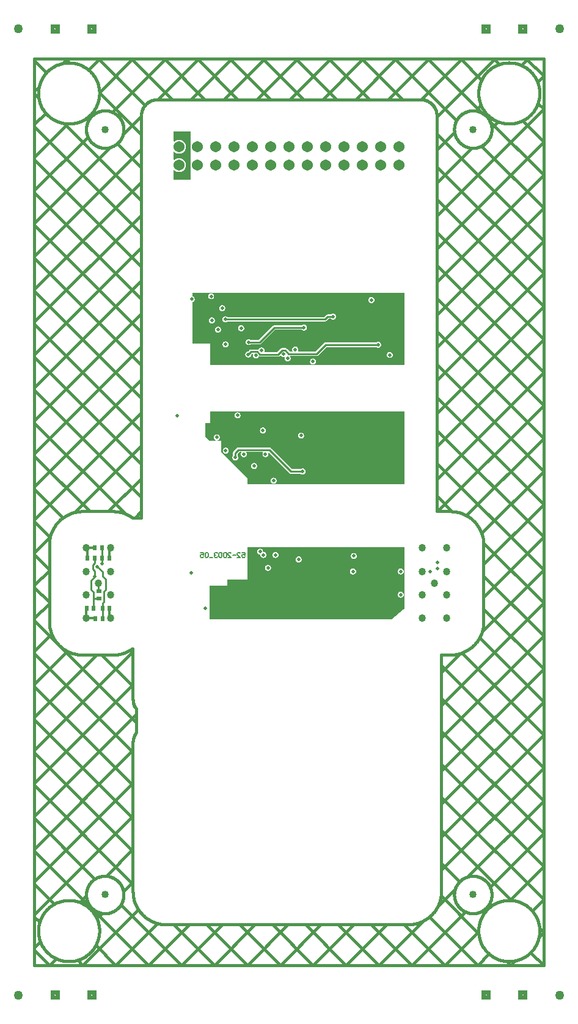
<source format=gbr>
G04 CAM350/DFMSTREAM V11.0 (Build 715) Date:  Fri Nov 02 14:57:20 2018 *
G04 Database: W:\PC Boards\VALTRONIC TECHNOLOGIES\VTC22567\CHECKPLOTS\MODIFIED.cam *
G04 Layer 18: R_Bot *
%FSLAX25Y25*%
%MOIN*%
%SFA1.000B1.000*%

%MIA0B0*%
%IPPOS*%
%ADD20C,0.01500*%
%ADD24C,0.00148*%
%ADD26C,0.01034*%
%ADD27C,0.03987*%
%ADD28C,0.00837*%
%ADD29C,0.06050*%
%ADD72C,0.04050*%
%ADD30C,0.01940*%
%ADD33C,0.01231*%
%ADD37C,0.00750*%
%ADD39C,0.05000*%
%ADD87R,0.02019X0.03003*%
%ADD90R,0.03003X0.02019*%
%LNR_Bot*%
%LPD*%
G36*
X404850Y619100D02*
G01Y624100D01*
X409850*
Y619100*
X404850*
G37*
G36*
Y92300D02*
G01Y97300D01*
X409850*
Y92300*
X404850*
G37*
G36*
X384850Y619100D02*
G01Y624100D01*
X389850*
Y619100*
X384850*
G37*
G36*
Y92300D02*
G01Y97300D01*
X389850*
Y92300*
X384850*
G37*
G36*
X169550Y619100D02*
G01Y624100D01*
X174550*
Y619100*
X169550*
G37*
G36*
Y92300D02*
G01Y97300D01*
X174550*
Y92300*
X169550*
G37*
G36*
X149550Y619100D02*
G01Y624100D01*
X154550*
Y619100*
X149550*
G37*
G36*
Y92300D02*
G01Y97300D01*
X154550*
Y92300*
X149550*
G37*
G36*
X216575Y539230D02*
G01Y544364D01*
G75*
G02X216581Y544380I25J0*
X216593Y544388I19J-16*
G01X217093Y544547*
G02X217105I6J-24*
X217116Y544543I-3J-25*
G01X217800Y544018*
X218715Y543639*
X219697Y543509*
X220679Y543639*
X221595Y544018*
X222381Y544621*
X222984Y545407*
X223363Y546322*
X223492Y547304*
X223363Y548286*
X222984Y549202*
X222381Y549988*
X221595Y550591*
X220679Y550970*
X219697Y551099*
X218715Y550970*
X217800Y550591*
X217116Y550066*
G02X217105Y550061I-16J20*
X217093Y550062I-4J25*
G01X216593Y550220*
G02X216576Y550244I8J24*
G01X216575Y554364*
G02X216581Y554380I25J0*
X216593Y554388I19J-16*
G01X217093Y554547*
G02X217105I6J-24*
X217116Y554543I-3J-25*
G01X217800Y554018*
X218715Y553639*
X219697Y553509*
X220679Y553639*
X221595Y554018*
X222381Y554621*
X222984Y555407*
X223363Y556322*
X223492Y557304*
X223363Y558286*
X222984Y559202*
X222381Y559988*
X221595Y560591*
X220679Y560970*
X219697Y561099*
X218715Y560970*
X217800Y560591*
X217116Y560066*
G02X217105Y560061I-16J20*
X217093Y560062I-4J25*
G01X216593Y560220*
G02X216576Y560244I8J24*
G01X216575Y565561*
G02X216600Y565586I25J0*
G01X225914*
G02X225939Y565561I0J-25*
G01Y557582*
Y557579*
X225902Y557304*
X225939Y557029*
Y557026*
Y547582*
Y547579*
X225902Y547304*
X225939Y547029*
Y547026*
Y539230*
G02X225914Y539205I-25*
G01X216600*
G02X216575Y539230J25*
G37*
G36*
X236519Y299670D02*
G01Y317857D01*
G02X236544Y317882I25J0*
G01X245968*
Y321400*
G02X245993Y321425I25J0*
G01X257188*
Y339115*
G02X257213Y339140I25J0*
G01X342744*
G02X342769Y339115I0J-25*
G01Y305652*
G02X342761Y305633I-25J-1*
G01X335871Y299651*
G02X335855Y299645I-16J19*
G01X236544*
G02X236519Y299670J25*
G37*
G36*
X234058Y406636D02*
G02X234083Y406661I25J0D01*
G01X236716*
Y412859*
G02X236741Y412884I25J0*
G01X342761*
G02X342786Y412859I0J-25*
G01Y373299*
G02X342761Y373274I-25*
G01X257213*
G02X257188Y373299J25*
G01Y376606*
X242629Y391016*
G02X242621Y391034I17J18*
G01Y397064*
X240883*
G02X240858Y397085I0J25*
G01X240825Y397282*
G02Y397286I25J2*
X240842Y397310I25J0*
G01X240916Y397335*
X241109Y397430*
X241289Y397550*
X241452Y397692*
X241594Y397855*
X241714Y398035*
X241810Y398228*
X241879Y398433*
X241922Y398645*
X241936Y398861*
X241922Y399076*
X241879Y399288*
X241810Y399493*
X241714Y399686*
X241594Y399866*
X241452Y400029*
X241290Y400171*
X241110Y400291*
X240916Y400387*
X240711Y400456*
X240500Y400498*
X240284Y400512*
X240068Y400498*
X239856Y400456*
X239652Y400387*
X239458Y400291*
X239278Y400171*
X239116Y400029*
X238973Y399866*
X238853Y399686*
X238758Y399493*
X238688Y399288*
X238646Y399076*
X238632Y398861*
X238646Y398645*
X238688Y398433*
X238758Y398228*
X238853Y398035*
X238973Y397855*
X239116Y397692*
X239278Y397550*
X239458Y397430*
X239652Y397335*
X239726Y397309*
G02X239743Y397286I-8J-24*
X239742Y397282I-25J4*
G01X239710Y397085*
G02X239685Y397064I-25J4*
G01X236150*
G02X236131Y397073I0J25*
G01X234064Y399435*
G02X234058Y399451I19J16*
G01Y406636*
G37*
G36*
X227025Y450100D02*
G01Y472608D01*
G02X227030Y472622I25J-1*
X227042Y472632I21J-13*
G01X227215Y472690*
X227409Y472786*
X227589Y472906*
X227751Y473048*
X227893Y473211*
X228013Y473390*
X228109Y473584*
X228179Y473789*
X228221Y474001*
X228235Y474217*
X228221Y474432*
X228179Y474644*
X228109Y474849*
X228013Y475042*
X227894Y475222*
X227751Y475385*
X227589Y475527*
X227409Y475647*
X227215Y475743*
X227042Y475801*
G02X227025Y475825I8J24*
G01Y477720*
G02X227050Y477745I25J0*
G01X342761*
G02X342786Y477720I0J-25*
G01Y438260*
G02X342761Y438235I-25*
G01X236750*
G02X236725Y438260J25*
G01Y450075*
X227050*
G02X227025Y450100J25*
G37*
%LPC*%
G36*
X407438Y621210D02*
G03X407750Y621600I-88J390D01*
X407262Y621990I-400J0*
X406950Y621600I88J-390*
X407438Y621210I400J0*
G37*
G36*
Y94410D02*
G03X407750Y94800I-88J390D01*
X407262Y95190I-400J0*
X406950Y94800I88J-390*
X407438Y94410I400J0*
G37*
G36*
X387438Y621210D02*
G03X387750Y621600I-88J390D01*
X387262Y621990I-400J0*
X386950Y621600I88J-390*
X387438Y621210I400J0*
G37*
G36*
Y94410D02*
G03X387750Y94800I-88J390D01*
X387262Y95190I-400J0*
X386950Y94800I88J-390*
X387438Y94410I400J0*
G37*
G36*
X172138Y621210D02*
G03X172450Y621600I-88J390D01*
X171962Y621990I-400J0*
X171650Y621600I88J-390*
X172138Y621210I400J0*
G37*
G36*
Y94410D02*
G03X172450Y94800I-88J390D01*
X171962Y95190I-400J0*
X171650Y94800I88J-390*
X172138Y94410I400J0*
G37*
G36*
X152138Y621210D02*
G03X152450Y621600I-88J390D01*
X151962Y621990I-400J0*
X151650Y621600I88J-390*
X152138Y621210I400J0*
G37*
G36*
Y94410D02*
G03X152450Y94800I-88J390D01*
X151962Y95190I-400J0*
X151650Y94800I88J-390*
X152138Y94410I400J0*
G37*
G36*
X266599Y327484D02*
G01X266641Y327272D01*
X266711Y327067*
X266806Y326874*
X266926Y326694*
X267068Y326531*
X267231Y326389*
X267411Y326269*
X267604Y326173*
X267809Y326104*
X268021Y326061*
X268237Y326047*
X268452Y326061*
X268664Y326104*
X268869Y326173*
X269062Y326269*
X269242Y326389*
X269405Y326531*
X269547Y326694*
X269667Y326874*
X269763Y327067*
X269832Y327272*
X269874Y327484*
X269888Y327699*
X269874Y327915*
X269832Y328127*
X269763Y328331*
X269667Y328525*
X269547Y328705*
X269405Y328867*
X269242Y329010*
X269062Y329129*
X268869Y329225*
X268664Y329295*
X268452Y329337*
X268237Y329351*
X268021Y329337*
X267809Y329295*
X267604Y329225*
X267411Y329130*
X267231Y329010*
X267069Y328867*
X266926Y328705*
X266806Y328525*
X266711Y328331*
X266641Y328127*
X266599Y327915*
X266585Y327699*
X266599Y327484*
G37*
G36*
X270733Y334570D02*
G01X270775Y334358D01*
X270844Y334154*
X270940Y333960*
X271060Y333780*
X271202Y333618*
X271365Y333475*
X271544Y333356*
X271738Y333260*
X271943Y333190*
X272155Y333148*
X272370Y333134*
X272586Y333148*
X272798Y333190*
X273003Y333260*
X273196Y333356*
X273376Y333475*
X273539Y333618*
X273681Y333780*
X273801Y333960*
X273897Y334154*
X273966Y334358*
X274008Y334570*
X274022Y334786*
X274008Y335001*
X273966Y335213*
X273897Y335418*
X273801Y335611*
X273681Y335791*
X273539Y335954*
X273376Y336096*
X273196Y336216*
X273003Y336312*
X272798Y336381*
X272586Y336424*
X272370Y336438*
X272155Y336424*
X271943Y336381*
X271738Y336312*
X271544Y336216*
X271365Y336096*
X271202Y335954*
X271060Y335791*
X270940Y335612*
X270844Y335418*
X270775Y335213*
X270733Y335001*
X270719Y334786*
X270733Y334570*
G37*
G36*
X283331Y332110D02*
G01X283373Y331898D01*
X283443Y331693*
X283538Y331499*
X283658Y331320*
X283801Y331157*
X283963Y331015*
X284143Y330895*
X284337Y330799*
X284542Y330730*
X284753Y330687*
X284969Y330673*
X285184Y330687*
X285396Y330730*
X285601Y330799*
X285795Y330895*
X285975Y331015*
X286137Y331157*
X286279Y331320*
X286400Y331499*
X286495Y331693*
X286564Y331898*
X286607Y332110*
X286621Y332325*
X286607Y332541*
X286564Y332753*
X286495Y332957*
X286400Y333151*
X286279Y333331*
X286137Y333493*
X285975Y333636*
X285795Y333755*
X285601Y333851*
X285396Y333921*
X285185Y333963*
X284969Y333977*
X284753Y333963*
X284542Y333921*
X284337Y333851*
X284143Y333755*
X283963Y333636*
X283801Y333493*
X283658Y333331*
X283538Y333151*
X283443Y332957*
X283373Y332753*
X283331Y332541*
X283317Y332325*
X283331Y332110*
G37*
G36*
X312974Y325584D02*
G01X313016Y325373D01*
X313085Y325168*
X313181Y324974*
X313301Y324794*
X313444Y324632*
X313606Y324490*
X313786Y324370*
X313979Y324274*
X314184Y324205*
X314396Y324163*
X314611Y324148*
X314827Y324163*
X315039Y324205*
X315244Y324274*
X315437Y324370*
X315617Y324490*
X315780Y324632*
X315922Y324794*
X316042Y324974*
X316137Y325168*
X316207Y325373*
X316249Y325584*
X316263Y325800*
X316249Y326016*
X316207Y326227*
X316137Y326432*
X316042Y326626*
X315922Y326806*
X315780Y326968*
X315617Y327110*
X315437Y327231*
X315244Y327326*
X315039Y327395*
X314827Y327438*
X314611Y327452*
X314396Y327438*
X314184Y327395*
X313979Y327326*
X313786Y327231*
X313606Y327110*
X313444Y326968*
X313301Y326806*
X313181Y326626*
X313085Y326432*
X313016Y326227*
X312974Y326016*
X312960Y325800*
X312974Y325584*
G37*
G36*
X313449Y333980D02*
G01X313492Y333768D01*
X313561Y333563*
X313657Y333369*
X313777Y333190*
X313919Y333027*
X314081Y332885*
X314261Y332765*
X314455Y332669*
X314660Y332600*
X314871Y332558*
X315087Y332544*
X315303Y332558*
X315514Y332600*
X315719Y332669*
X315913Y332765*
X316093Y332885*
X316255Y333027*
X316397Y333190*
X316518Y333369*
X316613Y333563*
X316682Y333768*
X316725Y333980*
X316739Y334195*
X316725Y334411*
X316683Y334623*
X316613Y334827*
X316518Y335021*
X316397Y335201*
X316255Y335363*
X316093Y335506*
X315913Y335626*
X315719Y335721*
X315514Y335791*
X315303Y335833*
X315087Y335847*
X314871Y335833*
X314660Y335791*
X314455Y335721*
X314261Y335626*
X314081Y335506*
X313919Y335363*
X313777Y335201*
X313657Y335021*
X313561Y334827*
X313492Y334623*
X313449Y334411*
X313435Y334195*
X313449Y333980*
G37*
G36*
X339040Y312917D02*
G01X339082Y312705D01*
X339151Y312500*
X339247Y312306*
X339367Y312127*
X339509Y311964*
X339672Y311822*
X339851Y311702*
X340045Y311606*
X340250Y311537*
X340462Y311495*
X340678Y311481*
X340893Y311495*
X341105Y311537*
X341310Y311606*
X341503Y311702*
X341683Y311822*
X341846Y311964*
X341988Y312127*
X342108Y312306*
X342204Y312500*
X342273Y312705*
X342315Y312917*
X342329Y313132*
X342315Y313348*
X342273Y313560*
X342204Y313764*
X342108Y313958*
X341988Y314138*
X341846Y314300*
X341683Y314443*
X341503Y314563*
X341310Y314658*
X341105Y314728*
X340893Y314770*
X340678Y314784*
X340462Y314770*
X340250Y314728*
X340045Y314658*
X339852Y314563*
X339672Y314443*
X339509Y314300*
X339367Y314138*
X339247Y313958*
X339152Y313764*
X339082Y313560*
X339040Y313348*
X339026Y313132*
X339040Y312917*
G37*
G36*
Y325584D02*
G01X339082Y325373D01*
X339151Y325168*
X339247Y324974*
X339367Y324794*
X339509Y324632*
X339672Y324490*
X339851Y324370*
X340045Y324274*
X340250Y324205*
X340462Y324163*
X340678Y324148*
X340893Y324163*
X341105Y324205*
X341310Y324274*
X341503Y324370*
X341683Y324490*
X341846Y324632*
X341988Y324794*
X342108Y324974*
X342204Y325168*
X342273Y325373*
X342315Y325584*
X342329Y325800*
X342315Y326016*
X342273Y326227*
X342204Y326432*
X342108Y326626*
X341988Y326806*
X341846Y326968*
X341683Y327110*
X341503Y327231*
X341310Y327326*
X341105Y327395*
X340893Y327438*
X340678Y327452*
X340462Y327438*
X340250Y327395*
X340045Y327326*
X339852Y327231*
X339672Y327110*
X339509Y326968*
X339367Y326806*
X339247Y326626*
X339152Y326432*
X339082Y326227*
X339040Y326016*
X339026Y325800*
X339040Y325584*
G37*
G36*
X262268Y336342D02*
G01X262310Y336130D01*
X262380Y335925*
X262475Y335731*
X262595Y335552*
X262738Y335389*
X262900Y335247*
X263080Y335127*
X263274Y335031*
X263479Y334962*
X263690Y334920*
X263906Y334906*
X263938Y334908*
X263940*
G02X263949Y334906I-1J-25*
X263957Y334901I-9J-23*
G01X264119Y334754*
G02X264125Y334746I-17J-19*
X264127Y334737I-23J-10*
G01X264138Y334570*
X264180Y334358*
X264250Y334154*
X264346Y333960*
X264466Y333780*
X264608Y333618*
X264770Y333475*
X264950Y333356*
X265144Y333260*
X265349Y333190*
X265560Y333148*
X265776Y333134*
X265992Y333148*
X266203Y333190*
X266408Y333260*
X266602Y333356*
X266782Y333475*
X266944Y333618*
X267086Y333780*
X267206Y333960*
X267302Y334154*
X267371Y334358*
X267414Y334570*
X267428Y334786*
X267414Y335001*
X267371Y335213*
X267302Y335418*
X267206Y335611*
X267086Y335791*
X266944Y335954*
X266782Y336096*
X266602Y336216*
X266408Y336312*
X266203Y336381*
X265992Y336424*
X265776Y336438*
X265744Y336435*
X265742*
G02X265734Y336437I2J25*
G01X265733*
G02X265725Y336442I9J23*
G01X265563Y336589*
G02X265557Y336597I17J19*
X265555Y336606I23J10*
G01X265544Y336773*
X265501Y336985*
X265432Y337190*
X265337Y337384*
X265216Y337563*
X265074Y337726*
X264912Y337868*
X264732Y337988*
X264538Y338084*
X264333Y338153*
X264122Y338195*
X263906Y338209*
X263690Y338195*
X263479Y338153*
X263274Y338084*
X263080Y337988*
X262900Y337868*
X262738Y337726*
X262595Y337563*
X262475Y337384*
X262380Y337190*
X262310Y336985*
X262268Y336773*
X262254Y336557*
X262268Y336342*
G37*
G36*
X248784Y387621D02*
G01X248826Y387410D01*
X248896Y387205*
X248991Y387011*
X249111Y386831*
X249254Y386669*
X249416Y386527*
X249596Y386406*
X249789Y386311*
X249994Y386242*
X250206Y386199*
X250422Y386185*
X250637Y386199*
X250849Y386242*
X251054Y386311*
X251248Y386406*
X251427Y386527*
X251590Y386669*
X251732Y386831*
X251852Y387011*
X251948Y387205*
X252017Y387410*
X252059Y387621*
X252073Y387837*
X252059Y388053*
X252017Y388264*
X251948Y388469*
X251852Y388663*
X251732Y388843*
X251685Y388896*
G02X251681Y388904I20J15*
X251679Y388913I23J10*
G01Y389963*
G02X251681Y389973I25J0*
X251686Y389981I23J-9*
G01X252608Y390903*
G02X252616Y390908I17J-18*
X252626Y390910I10J-23*
G01X253625*
G02X253640Y390905I0J-25*
G01X253641*
G02X253649Y390893I-16J-19*
G01X253715Y390697*
G02X253716Y390689I-24J-7*
G01Y390686*
G02X253712Y390675I-25J3*
G01X253617Y390533*
X253522Y390339*
X253452Y390134*
X253410Y389923*
X253396Y389707*
X253410Y389491*
X253452Y389280*
X253522Y389075*
X253617Y388881*
X253737Y388701*
X253880Y388539*
X254042Y388397*
X254222Y388277*
X254415Y388181*
X254620Y388112*
X254832Y388069*
X255048Y388055*
X255263Y388069*
X255475Y388112*
X255680Y388181*
X255874Y388277*
X256053Y388397*
X256216Y388539*
X256358Y388701*
X256478Y388881*
X256574Y389075*
X256643Y389280*
X256685Y389491*
X256699Y389707*
X256685Y389923*
X256643Y390134*
X256574Y390339*
X256478Y390533*
X256384Y390675*
G02X256380Y390686I21J14*
G01X256379Y390689*
G02X256381Y390697I25J-2*
G01X256446Y390893*
G02X256455Y390905I24J-8*
G01Y390906*
G02X256470Y390910I14J-21*
G01X265331*
G02X265344Y390907I1J-25*
G01X265345Y390906*
G02X265353Y390897I-14J-21*
G01X265458Y390701*
G02X265461Y390689I-22J-12*
G01Y390687*
G02X265457Y390674I-25J1*
G01X265428Y390632*
X265333Y390438*
X265263Y390233*
X265221Y390021*
X265207Y389806*
X265221Y389590*
X265263Y389378*
X265333Y389173*
X265428Y388980*
X265548Y388800*
X265691Y388637*
X265853Y388495*
X266033Y388375*
X266226Y388279*
X266431Y388210*
X266643Y388168*
X266859Y388154*
X267074Y388168*
X267286Y388210*
X267491Y388279*
X267685Y388375*
X267864Y388495*
X268027Y388637*
X268169Y388800*
X268289Y388980*
X268385Y389173*
X268454Y389378*
X268496Y389590*
X268510Y389805*
X268496Y390021*
X268454Y390233*
X268385Y390438*
X268349Y390511*
G02X268346Y390522I22J12*
X268349Y390534I25J0*
G01X268458Y390749*
G02X268466Y390758I22J-12*
X268477Y390762I14J-21*
G01X268531Y390770*
X268534*
G02X268542Y390769I1J-25*
G01X268543*
G02X268552Y390763I-9J-23*
G01X279945Y379370*
X280070Y379261*
X280206Y379169*
X280354Y379097*
X280510Y379044*
X280671Y379012*
X280836Y379001*
X286059*
G02X286067Y378999I-2J-25*
X286075Y378995I-7J-24*
G01X286129Y378948*
X286308Y378828*
X286502Y378732*
X286707Y378663*
X286919Y378621*
X287134Y378607*
X287350Y378621*
X287562Y378663*
X287766Y378732*
X287960Y378828*
X288140Y378948*
X288302Y379090*
X288445Y379253*
X288565Y379432*
X288660Y379626*
X288730Y379831*
X288772Y380043*
X288786Y380258*
X288772Y380474*
X288730Y380686*
X288660Y380890*
X288565Y381084*
X288445Y381264*
X288302Y381426*
X288140Y381569*
X287960Y381689*
X287766Y381784*
X287562Y381854*
X287350Y381896*
X287134Y381910*
X286919Y381896*
X286707Y381854*
X286502Y381784*
X286308Y381689*
X286129Y381569*
X286075Y381522*
G02X286068Y381517I-18J18*
G01X286067*
G02X286059Y381516I-7J24*
G01X281366*
G02X281356Y381518I0J25*
X281348Y381523I9J23*
G01X269815Y393056*
X269691Y393165*
X269554Y393257*
X269407Y393329*
X269251Y393382*
X269090Y393414*
X268925Y393425*
X252096*
X251931Y393414*
X251770Y393382*
X251614Y393329*
X251466Y393257*
X251329Y393165*
X251205Y393056*
X249533Y391384*
X249424Y391260*
X249333Y391123*
X249260Y390975*
X249207Y390820*
X249175Y390659*
X249164Y390494*
Y388913*
G02X249163Y388904I-25J-2*
X249158Y388896I-23J9*
G01X249111Y388843*
X248991Y388663*
X248896Y388469*
X248826Y388264*
X248784Y388053*
X248770Y387837*
X248784Y387621*
G37*
G36*
X249965Y410653D02*
G01X250007Y410441D01*
X250077Y410236*
X250172Y410042*
X250292Y409863*
X250435Y409700*
X250597Y409558*
X250777Y409438*
X250971Y409342*
X251175Y409273*
X251387Y409231*
X251603Y409217*
X251818Y409231*
X252030Y409273*
X252235Y409342*
X252429Y409438*
X252608Y409558*
X252771Y409700*
X252913Y409863*
X253033Y410042*
X253129Y410236*
X253198Y410441*
X253241Y410653*
X253254Y410868*
X253241Y411084*
X253198Y411296*
X253129Y411501*
X253033Y411695*
X252913Y411874*
X252771Y412037*
X252608Y412179*
X252429Y412299*
X252235Y412395*
X252030Y412464*
X251818Y412506*
X251603Y412520*
X251387Y412506*
X251175Y412464*
X250971Y412395*
X250777Y412299*
X250597Y412179*
X250435Y412037*
X250292Y411874*
X250172Y411695*
X250077Y411501*
X250007Y411296*
X249965Y411084*
X249951Y410868*
X249965Y410653*
G37*
G36*
X259020Y382995D02*
G01X259062Y382784D01*
X259132Y382579*
X259228Y382385*
X259347Y382205*
X259490Y382043*
X259652Y381901*
X259832Y381781*
X260026Y381685*
X260230Y381616*
X260442Y381573*
X260658Y381559*
X260873Y381573*
X261085Y381616*
X261290Y381685*
X261484Y381781*
X261663Y381901*
X261826Y382043*
X261968Y382205*
X262088Y382385*
X262184Y382579*
X262253Y382784*
X262296Y382995*
X262310Y383211*
X262296Y383427*
X262253Y383638*
X262184Y383843*
X262088Y384037*
X261968Y384217*
X261826Y384379*
X261664Y384521*
X261484Y384641*
X261290Y384737*
X261085Y384807*
X260874Y384849*
X260658Y384863*
X260442Y384849*
X260231Y384807*
X260026Y384737*
X259832Y384641*
X259652Y384521*
X259490Y384379*
X259347Y384217*
X259228Y384037*
X259132Y383843*
X259062Y383638*
X259020Y383427*
X259006Y383211*
X259020Y382995*
G37*
G36*
X263843Y402385D02*
G01X263885Y402173D01*
X263955Y401969*
X264050Y401775*
X264170Y401595*
X264313Y401433*
X264475Y401290*
X264655Y401170*
X264849Y401075*
X265053Y401005*
X265265Y400963*
X265481Y400949*
X265696Y400963*
X265908Y401005*
X266113Y401075*
X266306Y401170*
X266486Y401290*
X266649Y401433*
X266791Y401595*
X266911Y401775*
X267007Y401969*
X267076Y402173*
X267118Y402385*
X267132Y402601*
X267118Y402816*
X267076Y403028*
X267007Y403233*
X266911Y403427*
X266791Y403606*
X266649Y403769*
X266486Y403911*
X266306Y404031*
X266113Y404127*
X265908Y404196*
X265696Y404239*
X265481Y404253*
X265265Y404239*
X265053Y404196*
X264849Y404127*
X264655Y404031*
X264475Y403911*
X264313Y403769*
X264170Y403606*
X264050Y403427*
X263955Y403233*
X263885Y403028*
X263843Y402816*
X263829Y402601*
X263843Y402385*
G37*
G36*
X269650Y375023D02*
G01X269692Y374811D01*
X269762Y374606*
X269857Y374413*
X269977Y374233*
X270120Y374070*
X270282Y373928*
X270462Y373808*
X270656Y373713*
X270860Y373643*
X271072Y373601*
X271288Y373587*
X271503Y373601*
X271715Y373643*
X271920Y373713*
X272114Y373808*
X272293Y373928*
X272456Y374070*
X272598Y374233*
X272718Y374413*
X272814Y374606*
X272883Y374811*
X272926Y375023*
X272940Y375239*
X272926Y375454*
X272883Y375666*
X272814Y375871*
X272718Y376065*
X272598Y376244*
X272456Y376407*
X272293Y376549*
X272114Y376669*
X271920Y376765*
X271715Y376834*
X271503Y376876*
X271288Y376890*
X271072Y376876*
X270860Y376834*
X270656Y376765*
X270462Y376669*
X270282Y376549*
X270120Y376407*
X269977Y376244*
X269857Y376065*
X269762Y375871*
X269692Y375666*
X269650Y375454*
X269636Y375239*
X269650Y375023*
G37*
G36*
X284611Y399629D02*
G01X284653Y399418D01*
X284722Y399213*
X284818Y399019*
X284938Y398839*
X285080Y398677*
X285243Y398534*
X285422Y398415*
X285616Y398319*
X285821Y398249*
X286033Y398207*
X286248Y398193*
X286464Y398207*
X286676Y398249*
X286881Y398319*
X287074Y398415*
X287254Y398534*
X287417Y398677*
X287559Y398839*
X287679Y399019*
X287774Y399213*
X287844Y399417*
X287886Y399629*
X287900Y399845*
X287886Y400060*
X287844Y400272*
X287775Y400477*
X287679Y400671*
X287559Y400851*
X287417Y401013*
X287254Y401155*
X287075Y401276*
X286881Y401371*
X286676Y401440*
X286464Y401483*
X286248Y401497*
X286033Y401483*
X285821Y401440*
X285616Y401371*
X285422Y401276*
X285243Y401155*
X285080Y401013*
X284938Y400851*
X284818Y400671*
X284722Y400477*
X284653Y400272*
X284611Y400061*
X284597Y399845*
X284611Y399629*
G37*
G36*
X243567Y391460D02*
G01X243610Y391248D01*
X243679Y391043*
X243774Y390850*
X243895Y390670*
X244037Y390507*
X244199Y390365*
X244379Y390245*
X244573Y390150*
X244778Y390080*
X244989Y390038*
X245205Y390024*
X245421Y390038*
X245632Y390080*
X245837Y390150*
X246031Y390245*
X246211Y390365*
X246373Y390507*
X246516Y390670*
X246636Y390850*
X246731Y391043*
X246801Y391248*
X246843Y391460*
X246857Y391676*
X246843Y391891*
X246801Y392103*
X246731Y392308*
X246636Y392502*
X246516Y392681*
X246373Y392844*
X246211Y392986*
X246031Y393106*
X245837Y393202*
X245633Y393271*
X245421Y393313*
X245205Y393327*
X244990Y393313*
X244778Y393271*
X244573Y393202*
X244379Y393106*
X244200Y392986*
X244037Y392844*
X243895Y392681*
X243774Y392502*
X243679Y392308*
X243610Y392103*
X243567Y391891*
X243553Y391676*
X243567Y391460*
G37*
G36*
X235989Y462425D02*
G01X236031Y462213D01*
X236100Y462008*
X236196Y461815*
X236316Y461635*
X236458Y461472*
X236621Y461330*
X236800Y461210*
X236994Y461114*
X237199Y461045*
X237411Y461002*
X237626Y460988*
X237842Y461002*
X238054Y461045*
X238258Y461114*
X238452Y461210*
X238632Y461330*
X238794Y461472*
X238937Y461635*
X239057Y461814*
X239152Y462008*
X239222Y462213*
X239264Y462425*
X239278Y462640*
X239264Y462856*
X239222Y463068*
X239152Y463272*
X239057Y463466*
X238937Y463646*
X238795Y463808*
X238632Y463951*
X238452Y464070*
X238259Y464166*
X238054Y464236*
X237842Y464278*
X237626Y464292*
X237411Y464278*
X237199Y464236*
X236994Y464166*
X236800Y464070*
X236621Y463951*
X236458Y463808*
X236316Y463646*
X236196Y463466*
X236100Y463272*
X236031Y463068*
X235989Y462856*
X235975Y462640*
X235989Y462425*
G37*
G36*
X239374Y457405D02*
G01X239417Y457193D01*
X239486Y456988*
X239582Y456794*
X239702Y456615*
X239844Y456452*
X240007Y456310*
X240186Y456190*
X240380Y456094*
X240585Y456025*
X240797Y455983*
X241012Y455969*
X241228Y455983*
X241440Y456025*
X241644Y456094*
X241838Y456190*
X242018Y456310*
X242180Y456452*
X242323Y456615*
X242442Y456794*
X242538Y456988*
X242608Y457193*
X242650Y457405*
X242664Y457620*
X242650Y457836*
X242608Y458048*
X242538Y458253*
X242442Y458446*
X242323Y458626*
X242180Y458789*
X242018Y458931*
X241838Y459051*
X241644Y459147*
X241440Y459216*
X241228Y459258*
X241012Y459272*
X240797Y459258*
X240585Y459216*
X240380Y459147*
X240186Y459051*
X240007Y458931*
X239844Y458789*
X239702Y458626*
X239582Y458446*
X239486Y458253*
X239417Y458048*
X239374Y457836*
X239360Y457620*
X239374Y457405*
G37*
G36*
X241599Y469117D02*
G01X241641Y468906D01*
X241711Y468701*
X241806Y468507*
X241926Y468327*
X242068Y468165*
X242231Y468023*
X242411Y467902*
X242604Y467807*
X242809Y467738*
X243021Y467695*
X243237Y467681*
X243452Y467695*
X243664Y467738*
X243869Y467807*
X244063Y467902*
X244242Y468023*
X244405Y468165*
X244547Y468327*
X244667Y468507*
X244763Y468701*
X244832Y468906*
X244874Y469117*
X244888Y469333*
X244874Y469549*
X244832Y469760*
X244763Y469965*
X244667Y470159*
X244547Y470339*
X244405Y470501*
X244242Y470643*
X244063Y470763*
X243869Y470859*
X243664Y470929*
X243452Y470971*
X243237Y470985*
X243021Y470971*
X242809Y470929*
X242604Y470859*
X242411Y470763*
X242231Y470644*
X242069Y470501*
X241926Y470339*
X241806Y470159*
X241711Y469965*
X241641Y469760*
X241599Y469549*
X241585Y469333*
X241599Y469117*
G37*
G36*
X243272Y463015D02*
G01X243314Y462803D01*
X243384Y462599*
X243480Y462405*
X243599Y462225*
X243742Y462063*
X243904Y461920*
X244084Y461800*
X244278Y461705*
X244482Y461635*
X244694Y461593*
X244910Y461579*
X245125Y461593*
X245337Y461635*
X245542Y461705*
X245735Y461800*
X245915Y461920*
X246077Y462062*
G02X246084Y462068I20J-16*
G01X246085*
G02X246097Y462071I12J-22*
G01X299338*
X299520Y462085*
X299697Y462128*
X299865Y462198*
X300021Y462292*
X300160Y462411*
X301288Y463540*
G02X301296Y463545I17J-18*
X301306Y463547I10J-23*
G01X302581*
G02X302593Y463545I2J-25*
G01Y463544*
G02X302601Y463538I-11J-23*
G01X302762Y463397*
X302942Y463276*
X303136Y463181*
X303341Y463112*
X303552Y463069*
X303768Y463055*
X303984Y463069*
X304195Y463112*
X304400Y463181*
X304594Y463276*
X304774Y463397*
X304936Y463539*
X305079Y463701*
X305199Y463881*
X305294Y464075*
X305364Y464280*
X305406Y464491*
X305420Y464707*
X305406Y464923*
X305364Y465134*
X305294Y465339*
X305199Y465533*
X305079Y465713*
X304936Y465875*
X304774Y466018*
X304594Y466138*
X304400Y466233*
X304196Y466303*
X303984Y466345*
X303768Y466359*
X303553Y466345*
X303341Y466303*
X303136Y466233*
X302942Y466138*
X302763Y466018*
X302601Y465876*
G02X302594Y465870I-19J16*
G01X302593*
G02X302581Y465867I-12J22*
G01X300816*
X300634Y465852*
X300457Y465810*
X300289Y465740*
X300134Y465645*
X299995Y465527*
X298866Y464398*
G02X298859Y464393I-18J18*
G01X298858Y464392*
G02X298848Y464390I-10J23*
G01X246097*
G02X246085Y464393I0J25*
X246077Y464400I12J22*
G01X245915Y464541*
X245736Y464661*
X245542Y464757*
X245337Y464826*
X245125Y464868*
X244910Y464882*
X244694Y464868*
X244482Y464826*
X244278Y464757*
X244084Y464661*
X243904Y464541*
X243742Y464399*
X243599Y464236*
X243480Y464057*
X243384Y463863*
X243314Y463658*
X243272Y463446*
X243258Y463231*
X243272Y463015*
G37*
G36*
X243469Y449334D02*
G01X243511Y449122D01*
X243581Y448917*
X243676Y448724*
X243796Y448544*
X243939Y448382*
X244101Y448239*
X244281Y448119*
X244475Y448024*
X244679Y447954*
X244891Y447912*
X245107Y447898*
X245322Y447912*
X245534Y447954*
X245739Y448024*
X245932Y448119*
X246112Y448239*
X246275Y448381*
X246417Y448544*
X246537Y448724*
X246633Y448917*
X246702Y449122*
X246744Y449334*
X246758Y449550*
X246744Y449765*
X246702Y449977*
X246633Y450182*
X246537Y450375*
X246417Y450555*
X246275Y450718*
X246112Y450860*
X245932Y450980*
X245739Y451076*
X245534Y451145*
X245322Y451187*
X245107Y451201*
X244891Y451187*
X244679Y451145*
X244475Y451076*
X244281Y450980*
X244101Y450860*
X243939Y450718*
X243796Y450555*
X243676Y450375*
X243581Y450182*
X243511Y449977*
X243469Y449765*
X243455Y449550*
X243469Y449334*
G37*
G36*
X251986Y458192D02*
G01X252029Y457981D01*
X252098Y457776*
X252193Y457582*
X252313Y457402*
X252456Y457240*
X252618Y457097*
X252798Y456978*
X252992Y456882*
X253196Y456812*
X253408Y456770*
X253624Y456756*
X253839Y456770*
X254051Y456812*
X254256Y456882*
X254450Y456978*
X254629Y457097*
X254792Y457240*
X254934Y457402*
X255054Y457582*
X255150Y457776*
X255219Y457980*
X255261Y458192*
X255276Y458408*
X255261Y458623*
X255219Y458835*
X255150Y459040*
X255054Y459234*
X254934Y459413*
X254792Y459576*
X254629Y459718*
X254450Y459838*
X254256Y459934*
X254051Y460003*
X253839Y460046*
X253624Y460060*
X253408Y460046*
X253196Y460003*
X252992Y459934*
X252798Y459838*
X252618Y459718*
X252456Y459576*
X252313Y459414*
X252193Y459234*
X252098Y459040*
X252029Y458835*
X251986Y458624*
X251972Y458408*
X251986Y458192*
G37*
G36*
X255871Y443921D02*
G01X255913Y443709D01*
X255982Y443504*
X256078Y443310*
X256198Y443131*
X256340Y442968*
X256503Y442826*
X256682Y442706*
X256876Y442610*
X257081Y442541*
X257293Y442498*
X257508Y442485*
X257724Y442498*
X257936Y442541*
X258140Y442610*
X258334Y442706*
X258514Y442826*
X258676Y442968*
X258819Y443131*
X258939Y443310*
X259034Y443504*
X259104Y443709*
X259146Y443921*
X259151Y443992*
G02X259153Y444001I25J-1*
X259158Y444008I23J-11*
G01X259407Y444257*
G02X259415Y444263I19J-17*
X259425Y444265I10J-23*
G01X259903*
G02X259914Y444262I-1J-25*
X259923Y444254I-12J-22*
G01X260064Y444058*
G02X260069Y444046I-20J-15*
G01Y444043*
G02X260068Y444035I-25J-1*
G01X260047Y443973*
X260004Y443761*
X259990Y443546*
X260004Y443330*
X260047Y443118*
X260116Y442914*
X260212Y442720*
X260332Y442540*
X260474Y442378*
X260636Y442235*
X260816Y442115*
X261010Y442020*
X261215Y441950*
X261426Y441908*
X261642Y441894*
X261858Y441908*
X262069Y441950*
X262274Y442020*
X262468Y442115*
X262648Y442235*
X262810Y442378*
X262953Y442540*
X263072Y442720*
X263169Y442915*
G02X263176Y442924I23J-10*
G01X263177*
G02X263188Y442929I16J-20*
G01X263406Y442958*
X263409*
X263412*
G02X263417Y442957I-2J-25*
G01X263521Y442922*
X263682Y442890*
X263847Y442879*
X273807*
X273972Y442890*
X274133Y442922*
X274289Y442975*
X274436Y443047*
X274573Y443139*
X274697Y443248*
X275061Y443612*
G02X275071Y443618I18J-18*
X275079Y443619I7J-24*
X275083I2J-25*
G01X275322Y443579*
G02X275333Y443574I-5J-25*
X275340Y443566I-15J-20*
G01X275369Y443507*
X275489Y443327*
X275631Y443165*
X275794Y443023*
X275974Y442903*
X276167Y442807*
X276372Y442738*
X276584Y442695*
X276800Y442681*
X277015Y442695*
X277214Y442735*
G02X277219Y442736I7J-24*
X277224Y442735I-2J-25*
X277234Y442731I-4J-25*
G01X277274Y442704*
G02X277279Y442699I-15J-20*
G01X277389Y442568*
G02X277395Y442557I-18J-17*
G01Y442556*
G02Y442552I-25J-2*
X277394Y442544I-25J-1*
G01X277355Y442427*
X277312Y442216*
X277298Y442000*
X277312Y441784*
X277355Y441573*
X277424Y441368*
X277520Y441174*
X277640Y440994*
X277782Y440832*
X277944Y440690*
X278124Y440569*
X278318Y440474*
X278523Y440405*
X278734Y440362*
X278950Y440348*
X279166Y440362*
X279377Y440405*
X279582Y440474*
X279776Y440569*
X279956Y440690*
X280118Y440832*
X280260Y440994*
X280380Y441174*
X280476Y441368*
X280545Y441573*
X280588Y441784*
X280602Y442000*
X280588Y442216*
X280545Y442427*
X280476Y442632*
X280380Y442826*
X280272Y442988*
G02X280268Y442997I20J14*
Y443002I25J3*
X280269Y443008I25J-1*
G01X280286Y443077*
G02X280289Y443084I24J-6*
G01X280365Y443211*
G02X280374Y443220I22J-13*
X280386Y443223I12J-22*
G01X294761*
X294926Y443234*
X295088Y443266*
X295243Y443319*
X295391Y443392*
X295528Y443483*
X295652Y443592*
X300187Y448127*
G02X300195Y448133I19J-17*
X300205Y448135I10J-23*
G01X327240*
G02X327248Y448133I-2J-25*
X327256Y448129I-7J-24*
G01X327310Y448082*
X327490Y447961*
X327683Y447866*
X327888Y447797*
X328100Y447754*
X328315Y447740*
X328531Y447754*
X328743Y447797*
X328947Y447866*
X329141Y447961*
X329321Y448082*
X329483Y448224*
X329626Y448386*
X329746Y448566*
X329841Y448760*
X329911Y448965*
X329953Y449176*
X329967Y449392*
X329953Y449608*
X329911Y449819*
X329841Y450024*
X329746Y450218*
X329626Y450398*
X329483Y450560*
X329321Y450703*
X329141Y450823*
X328948Y450918*
X328743Y450988*
X328531Y451030*
X328315Y451044*
X328100Y451030*
X327888Y450988*
X327683Y450918*
X327490Y450823*
X327310Y450703*
X327256Y450656*
G02X327249Y450651I-18J18*
G01X327248*
G02X327240Y450649I-10J23*
G01X299674*
X299510Y450639*
X299348Y450607*
X299193Y450554*
X299045Y450481*
X298908Y450390*
X298784Y450281*
X294249Y445745*
G02X294241Y445740I-17J18*
X294231Y445738I-10J23*
G01X284659*
G02X284646Y445742I1J25*
X284637Y445751I13J22*
G01X284529Y445943*
G02X284526Y445954I22J12*
G01Y445955*
G02X284529Y445966I25J-1*
G01X284625Y446162*
X284694Y446366*
X284737Y446578*
X284751Y446794*
X284737Y447009*
X284694Y447221*
X284625Y447426*
X284529Y447620*
X284409Y447799*
X284267Y447962*
X284104Y448104*
X283925Y448224*
X283731Y448320*
X283526Y448389*
X283314Y448431*
X283099Y448445*
X282883Y448431*
X282671Y448389*
X282467Y448320*
X282273Y448224*
X282093Y448104*
X281931Y447962*
X281788Y447799*
X281669Y447620*
X281573Y447426*
X281503Y447221*
X281461Y447009*
X281447Y446794*
X281461Y446578*
X281503Y446366*
X281573Y446162*
X281669Y445966*
G02X281672Y445955I-22J-12*
G01Y445954*
G02X281669Y445943I-25J1*
G01X281560Y445751*
G02X281551Y445741I-22J11*
X281538Y445738I-12J22*
G01X280001*
G02X279991Y445740I0J25*
G01X279990*
G02X279983Y445745I11J23*
G01X278530Y447198*
X278406Y447307*
X278269Y447398*
X278122Y447471*
X277966Y447524*
X277805Y447556*
X277640Y447567*
X275982*
X275817Y447556*
X275656Y447524*
X275500Y447471*
X275352Y447398*
X275216Y447307*
X275092Y447198*
X273295Y445401*
G02X273287Y445396I-17J18*
X273277Y445394I-10J23*
G01X266343*
G02X266330Y445397I-1J25*
X266322Y445405I13J21*
G01X266199Y445602*
G02X266196Y445614I22J12*
G01Y445616*
G02X266198Y445627I25J1*
G01X266219Y445669*
X266289Y445874*
X266331Y446086*
X266345Y446302*
X266331Y446517*
X266289Y446729*
X266219Y446934*
X266124Y447128*
X266004Y447307*
X265861Y447470*
X265699Y447612*
X265519Y447732*
X265325Y447828*
X265121Y447897*
X264909Y447939*
X264693Y447953*
X264478Y447939*
X264266Y447897*
X264061Y447828*
X263867Y447732*
X263688Y447612*
X263525Y447470*
X263383Y447307*
X263263Y447128*
X263167Y446934*
X263135Y446839*
G02X263132Y446833I-24J8*
X263128Y446828I-21J13*
G01X263070Y446778*
G02X263064Y446774I-17J19*
G01X262918Y446711*
G02X262908Y446709I-10J23*
G01X262873Y446708*
G02X262864Y446710I1J25*
G01X262786Y446736*
X262625Y446768*
X262460Y446779*
X258895*
X258730Y446768*
X258569Y446736*
X258413Y446684*
X258266Y446611*
X258129Y446520*
X258005Y446410*
X257380Y445786*
G02X257373Y445781I-18J18*
X257364Y445779I-10J23*
G01X257293Y445774*
X257081Y445732*
X256876Y445662*
X256682Y445567*
X256503Y445447*
X256340Y445304*
X256198Y445142*
X256078Y444962*
X255982Y444768*
X255913Y444564*
X255871Y444352*
X255857Y444136*
X255871Y443921*
G37*
G36*
X256067Y450614D02*
G01X256110Y450402D01*
X256179Y450197*
X256275Y450003*
X256395Y449824*
X256537Y449661*
X256699Y449519*
X256879Y449399*
X257073Y449303*
X257278Y449234*
X257489Y449191*
X257705Y449177*
X257921Y449191*
X258132Y449234*
X258337Y449303*
X258531Y449399*
X258711Y449519*
X258872Y449660*
G02X258880Y449666I19J-17*
X258892Y449669I12J-22*
G01X263708*
X263891Y449684*
X264067Y449726*
X264235Y449796*
X264391Y449891*
X264530Y450010*
X272154Y457634*
G02X272162Y457640I19J-17*
X272172Y457642I10J-23*
G01X286636*
G02X286648Y457639I0J-25*
X286656Y457633I-11J-23*
G01X286818Y457491*
X286997Y457371*
X287191Y457276*
X287396Y457206*
X287608Y457164*
X287823Y457150*
X288039Y457164*
X288251Y457206*
X288455Y457276*
X288649Y457371*
X288829Y457491*
X288991Y457633*
X289134Y457796*
X289253Y457975*
X289349Y458169*
X289419Y458374*
X289461Y458586*
X289475Y458802*
X289461Y459017*
X289419Y459229*
X289349Y459434*
X289254Y459628*
X289134Y459807*
X288991Y459970*
X288829Y460112*
X288649Y460232*
X288455Y460328*
X288251Y460397*
X288039Y460439*
X287823Y460453*
X287608Y460439*
X287396Y460397*
X287191Y460328*
X286997Y460232*
X286818Y460112*
X286656Y459970*
G02X286649Y459964I-19J16*
G01X286648*
G02X286636Y459961I-12J22*
G01X271682*
X271500Y459947*
X271323Y459905*
X271155Y459835*
X271000Y459740*
X270861Y459621*
X263236Y451996*
G02X263229Y451991I-18J18*
G01X263228*
G02X263218Y451989I-10J23*
G01X258892*
G02X258880Y451992I0J25*
X258872Y451998I11J23*
G01X258711Y452140*
X258531Y452259*
X258337Y452355*
X258133Y452425*
X257921Y452467*
X257705Y452481*
X257490Y452467*
X257278Y452425*
X257073Y452355*
X256879Y452259*
X256700Y452140*
X256537Y451997*
X256395Y451835*
X256275Y451655*
X256179Y451461*
X256110Y451257*
X256067Y451045*
X256053Y450829*
X256067Y450614*
G37*
G36*
X291205Y439984D02*
G01X291247Y439772D01*
X291317Y439567*
X291412Y439373*
X291532Y439194*
X291675Y439031*
X291837Y438889*
X292017Y438769*
X292205Y438676*
X292406Y438704*
X292409Y438705*
X292411Y438704*
X292414*
X292627Y438661*
X292843Y438647*
X293059Y438661*
X293272Y438704*
G02X293277Y438705I7J-24*
G01X293280Y438704*
X293480Y438676*
X293669Y438769*
X293849Y438889*
X294011Y439031*
X294153Y439194*
X294274Y439373*
X294369Y439567*
X294438Y439772*
X294481Y439984*
X294495Y440199*
X294481Y440415*
X294438Y440627*
X294369Y440831*
X294274Y441025*
X294153Y441205*
X294011Y441367*
X293849Y441510*
X293669Y441629*
X293475Y441725*
X293270Y441795*
X293059Y441837*
X292843Y441851*
X292627Y441837*
X292416Y441795*
X292211Y441725*
X292017Y441630*
X291837Y441510*
X291675Y441367*
X291532Y441205*
X291412Y441025*
X291317Y440831*
X291247Y440627*
X291205Y440415*
X291191Y440199*
X291205Y439984*
G37*
G36*
X323059Y473547D02*
G01X323102Y473335D01*
X323171Y473130*
X323267Y472936*
X323387Y472757*
X323529Y472594*
X323692Y472452*
X323871Y472332*
X324065Y472236*
X324270Y472167*
X324482Y472124*
X324697Y472110*
X324913Y472124*
X325125Y472167*
X325329Y472236*
X325523Y472332*
X325703Y472452*
X325865Y472594*
X326008Y472757*
X326128Y472936*
X326223Y473130*
X326293Y473335*
X326335Y473547*
X326349Y473762*
X326335Y473978*
X326293Y474190*
X326223Y474394*
X326128Y474588*
X326008Y474768*
X325865Y474930*
X325703Y475073*
X325523Y475192*
X325329Y475288*
X325125Y475358*
X324913Y475400*
X324697Y475414*
X324482Y475400*
X324270Y475358*
X324065Y475288*
X323871Y475192*
X323692Y475073*
X323529Y474930*
X323387Y474768*
X323267Y474588*
X323171Y474394*
X323102Y474190*
X323059Y473978*
X323046Y473762*
X323059Y473547*
G37*
G36*
X333059Y443606D02*
G01X333102Y443394D01*
X333171Y443190*
X333267Y442996*
X333387Y442816*
X333529Y442654*
X333692Y442511*
X333871Y442391*
X334065Y442296*
X334270Y442226*
X334482Y442184*
X334697Y442170*
X334913Y442184*
X335125Y442226*
X335329Y442296*
X335523Y442391*
X335703Y442511*
X335865Y442654*
X336008Y442816*
X336128Y442996*
X336223Y443189*
X336293Y443394*
X336335Y443606*
X336349Y443822*
X336335Y444037*
X336293Y444249*
X336223Y444454*
X336128Y444647*
X336008Y444827*
X335865Y444990*
X335703Y445132*
X335523Y445252*
X335329Y445348*
X335125Y445417*
X334913Y445459*
X334697Y445473*
X334482Y445459*
X334270Y445417*
X334065Y445348*
X333871Y445252*
X333692Y445132*
X333529Y444990*
X333387Y444827*
X333267Y444647*
X333171Y444454*
X333102Y444249*
X333059Y444037*
X333046Y443822*
X333059Y443606*
G37*
G36*
X235595Y475614D02*
G01X235637Y475402D01*
X235707Y475197*
X235802Y475003*
X235922Y474824*
X236065Y474661*
X236227Y474519*
X236407Y474399*
X236601Y474303*
X236805Y474234*
X237017Y474191*
X237233Y474177*
X237448Y474191*
X237660Y474234*
X237865Y474303*
X238059Y474399*
X238238Y474519*
X238401Y474661*
X238543Y474824*
X238663Y475003*
X238759Y475197*
X238828Y475402*
X238870Y475613*
X238884Y475829*
X238870Y476045*
X238828Y476256*
X238759Y476461*
X238663Y476655*
X238543Y476835*
X238401Y476997*
X238238Y477140*
X238059Y477260*
X237865Y477355*
X237660Y477425*
X237448Y477467*
X237233Y477481*
X237017Y477467*
X236805Y477425*
X236601Y477355*
X236407Y477260*
X236227Y477140*
X236065Y476997*
X235922Y476835*
X235802Y476655*
X235707Y476461*
X235637Y476257*
X235595Y476045*
X235581Y475829*
X235595Y475614*
G37*
%LPD*%
G54D24*
X346150Y296400D03*
G54D87*
X169221Y305652D03*
X173158D03*
X173945Y300140D03*
X177882D03*
X181819Y305652D03*
X177882D03*
X173748Y338526D03*
X177685D03*
X169811Y333014D03*
X173748D03*
X181622D03*
X177685D03*
G54D90*
X175914Y315101D03*
Y311164D03*
G54D27*
X380067Y149512D03*
Y566835D03*
X179280D03*
Y149512D03*
G54D28*
X181622Y333014D03*
X169811D03*
X181819Y305652D03*
G54D29*
X239697Y557304D03*
X229697D03*
X339697Y547304D03*
X329697Y557304D03*
X229697Y547304D03*
X289697D03*
X279697D03*
Y557304D03*
X299697Y547304D03*
X319697D03*
X329697D03*
X299697Y557304D03*
X309697Y547304D03*
Y557304D03*
X269697Y547304D03*
Y557304D03*
X259697Y547304D03*
X249697Y557304D03*
Y547304D03*
X259697Y557304D03*
X239697Y547304D03*
X289697Y557304D03*
X219697Y547304D03*
Y557304D03*
X339697D03*
X319697D03*
G54D72*
X169202Y325809D03*
Y338609D03*
X182402D03*
Y325809D03*
Y313009D03*
X169202D03*
Y300209D03*
X182402D03*
X352341Y313000D03*
Y325800D03*
X358941Y319400D03*
X365541Y325800D03*
Y313000D03*
Y338600D03*
X352341D03*
Y300200D03*
X365541D03*
X175800Y319407D03*
G54D30*
X314611Y325800D03*
X332811Y325311D03*
X334697Y443822D03*
X226583Y474217D03*
X253624Y458408D03*
X237250Y309195D03*
X268237Y327699D03*
X272370Y334786D03*
X226406Y324845D03*
X234181Y305652D03*
X284969Y332325D03*
X282213Y329176D03*
X360756Y327306D03*
X260363Y332227D03*
X276898Y333408D03*
X266662Y302699D03*
X259772Y316282D03*
X333000Y330652D03*
X333591Y310180D03*
X177685Y329865D03*
X173748Y322975D03*
X360756Y330652D03*
X356819Y325731D03*
X175126Y328487D03*
X340678Y313132D03*
Y325800D03*
X321189Y303290D03*
Y308408D03*
X315087Y334195D03*
X252685Y310573D03*
X265776Y334786D03*
X263906Y336557D03*
X284181Y311951D03*
X282410Y305061D03*
X278950Y442000D03*
X237823Y469136D03*
X264792Y375534D03*
X336937Y380750D03*
X301307Y441282D03*
X328315Y449392D03*
X257508Y444136D03*
X257705Y450829D03*
X303768Y464707D03*
X244910Y463231D03*
X251307Y449550D03*
X324697Y473762D03*
X245107Y449550D03*
X241012Y457620D03*
X237626Y462640D03*
X243237Y469333D03*
X285953Y447089D03*
X261642Y443546D03*
X332508Y397876D03*
X287134Y380258D03*
X250422Y387837D03*
X286248Y399845D03*
X260658Y383211D03*
X265481Y402601D03*
X259083Y386164D03*
X255048Y389707D03*
X266859Y389806D03*
X251603Y410869D03*
X276800Y444333D03*
X292843Y440199D03*
X313807Y446695D03*
X287823Y458802D03*
X258394Y440298D03*
Y410376D03*
X283099Y446794D03*
X266662Y475632D03*
X245205Y391676D03*
X271288Y375239D03*
X218630Y410573D03*
X237233Y475829D03*
X264693Y446302D03*
X240284Y398861D03*
G54D39*
X427350Y94800D03*
X132050D03*
X427350Y621600D03*
X132050D03*
G54D28*
X263709Y450829D02*
G01X257705D01*
X303768Y464707D02*
G01X300815D01*
X299339Y463231D02*
G01X300815Y464707D01*
X299339Y463231D02*
G01X244910D01*
X173748Y338526D02*
G01X173665Y338609D01*
X177685Y333014D02*
G01Y338526D01*
X173945Y300140D02*
G01X173876Y300209D01*
X177882Y300140D02*
G01Y305652D01*
X177685Y329865D02*
G01Y333014D01*
X169202Y305633D02*
G01X169221Y305652D01*
X173748Y322975D02*
G01Y325928D01*
X172764Y326912*
Y329274*
X173748Y330258*
Y333014*
X177882Y325731D02*
G01X175126Y328487D01*
X177882Y305652D02*
G01Y308211D01*
X178867Y309195*
Y315101*
X175914D02*
G01X175800Y315214D01*
Y319407*
X173158Y314313D02*
G01X171583Y315888D01*
Y320809*
X173748Y322975*
X175914Y311164D02*
G01X173158D01*
Y305652D02*
G01Y311164D01*
Y314313*
X177882Y323172D02*
G01Y325731D01*
X178867Y315101D02*
G01X179575Y315809D01*
Y321479*
X177882Y323172*
X263709Y450829D02*
G01X271681Y458802D01*
X287823D02*
G01X271681D01*
G54D26*
X262461Y445522D02*
G01X258894D01*
X257508Y444136D02*
G01X258894Y445522D01*
X263846Y444136D02*
G01X262461Y445522D01*
X273808Y444136D02*
G01X263846D01*
X294762Y444481D02*
G01X299674Y449392D01*
X273808Y444136D02*
G01X275981Y446309D01*
X268926Y392168D02*
G01X252095D01*
X280835Y380258D02*
G01X268926Y392168D01*
X287134Y380258D02*
G01X280835D01*
X250422Y390494D02*
G01X252095Y392168D01*
X250422Y387837D02*
G01Y390494D01*
X328315Y449392D02*
G01X299674D01*
X294762Y444481D02*
G01X279469D01*
X277641Y446309*
X275981*
G54D33*
X173665Y338609D02*
G01X169202D01*
X181622Y333014D02*
G01Y337148D01*
X173876Y300209D02*
G01X169202D01*
X169811Y333014D02*
G01Y337148D01*
X181819Y301518D02*
G01Y305652D01*
X169202Y300209D02*
G01Y305633D01*
G54D37*
X254023Y335943D02*
G01X255689D01*
Y334694*
X254856Y335110*
X254440*
X254023Y334694*
Y333861*
X254440Y333444*
X255273*
X255689Y333861*
X251524Y333444D02*
G01X253190D01*
X251524Y335110*
Y335527*
X251941Y335943*
X252774*
X253190Y335527*
X250691Y334694D02*
G01X249025D01*
X246526Y333444D02*
G01X248192D01*
X246526Y335110*
Y335527*
X246942Y335943*
X247775*
X248192Y335527*
X245693D02*
G01X245276Y335943D01*
X244443*
X244026Y335527*
Y333861*
X244443Y333444*
X245276*
X245693Y333861*
Y335527*
X243193D02*
G01X242777Y335943D01*
X241944*
X241527Y335527*
Y333861*
X241944Y333444*
X242777*
X243193Y333861*
Y335527*
X240694D02*
G01X240277Y335943D01*
X239444*
X239027Y335527*
Y335110*
X239444Y334694*
X239861*
X239444*
X239027Y334277*
Y333861*
X239444Y333444*
X240277*
X240694Y333861*
G54D20*
X418561Y595952D02*
G01X409184Y605330D01*
X418561Y577991D02*
G01X415484Y581069D01*
X394301Y602252D02*
G01X391223Y605330D01*
X418561Y560031D02*
G01X407041Y571551D01*
X384783Y593810D02*
G01X373263Y605330D01*
X418561Y542070D02*
G01X389185Y571447D01*
X384679Y575952D02*
G01X355302Y605330D01*
X418561Y524110D02*
G01X384860Y557811D01*
X371043Y571628D02*
G01X337342Y605330D01*
X418561Y506149D02*
G01X360274Y564437D01*
X341622Y583089D02*
G01X319381Y605330D01*
X418561Y488189D02*
G01X360274Y546476D01*
X323662Y583089D02*
G01X301421Y605330D01*
X418561Y470228D02*
G01X360274Y528516D01*
X305701Y583089D02*
G01X283460Y605330D01*
X418561Y452268D02*
G01X360274Y510555D01*
X287741Y583089D02*
G01X265500Y605330D01*
X418561Y434307D02*
G01X360274Y492595D01*
X269780Y583089D02*
G01X247539Y605330D01*
X418561Y416347D02*
G01X360274Y474634D01*
X251820Y583089D02*
G01X229579Y605330D01*
X418561Y398386D02*
G01X360274Y456674D01*
X233859Y583089D02*
G01X211618Y605330D01*
X418561Y380426D02*
G01X360274Y438713D01*
X215899Y583089D02*
G01X193658Y605330D01*
X418561Y362465D02*
G01X360274Y420753D01*
X201095Y579932D02*
G01X175697Y605330D01*
X418561Y344505D02*
G01X360274Y402792D01*
X199073Y563993D02*
G01X176242Y586825D01*
X159899Y603167D02*
G01X157737Y605330D01*
X418561Y326544D02*
G01X360274Y384832D01*
X199073Y546032D02*
G01X185983Y559123D01*
X171568Y573538D02*
G01X170852Y574253D01*
X147328Y597778D02*
G01X140786Y604320D01*
X418561Y308584D02*
G01X385841Y341304D01*
X368645Y358500D02*
G01X360274Y366871D01*
X199073Y528072D02*
G01X157083Y570062D01*
X143136Y584010D02*
G01X140786Y586359D01*
X418561Y290623D02*
G01X385865Y323320D01*
X199073Y510111D02*
G01X140786Y568399D01*
X418561Y272663D02*
G01X385865Y305360D01*
X199073Y492151D02*
G01X140786Y550438D01*
X418561Y254702D02*
G01X383612Y289651D01*
X199073Y474190D02*
G01X140786Y532478D01*
X418561Y236742D02*
G01X373935Y281368D01*
X199073Y456230D02*
G01X140786Y514517D01*
X418561Y218781D02*
G01X362774Y274569D01*
X199073Y438269D02*
G01X140786Y496557D01*
X418561Y200821D02*
G01X362774Y256608D01*
X199073Y420309D02*
G01X140786Y478596D01*
X418561Y182860D02*
G01X362774Y238648D01*
X199073Y402348D02*
G01X140786Y460636D01*
X418561Y164900D02*
G01X362774Y220687D01*
X199073Y384388D02*
G01X140786Y442675D01*
X418561Y146939D02*
G01X362774Y202727D01*
X199073Y366427D02*
G01X140786Y424715D01*
X418561Y128979D02*
G01X416345Y131195D01*
X401119Y146421D02*
G01X362774Y184766D01*
X190229Y357312D02*
G01X140786Y406754D01*
X418561Y111018D02*
G01X411525Y118054D01*
X387979Y141600D02*
G01X387293Y142287D01*
X372842Y156738D02*
G01X362774Y166806D01*
X171046Y358533D02*
G01X140786Y388794D01*
X400601Y111018D02*
G01X398385Y113234D01*
X383159Y128460D02*
G01X362616Y149003D01*
X156465Y355154D02*
G01X140786Y370833D01*
X382640Y111018D02*
G01X356223Y137435D01*
X149312Y344347D02*
G01X140786Y352873D01*
X364680Y111018D02*
G01X342439Y133259D01*
X194526Y281172D02*
G01X192898Y282800D01*
X148878Y326820D02*
G01X140786Y334912D01*
X346719Y111018D02*
G01X324479Y133259D01*
X194526Y263211D02*
G01X177452Y280285D01*
X148878Y308860D02*
G01X140786Y316952D01*
X328759Y111018D02*
G01X306518Y133259D01*
X196494Y243282D02*
G01X140786Y298991D01*
X310798Y111018D02*
G01X288558Y133259D01*
X194526Y227290D02*
G01X140786Y281031D01*
X292838Y111018D02*
G01X270597Y133259D01*
X194526Y209330D02*
G01X140786Y263070D01*
X274877Y111018D02*
G01X252637Y133259D01*
X194526Y191369D02*
G01X140786Y245110D01*
X256917Y111018D02*
G01X234676Y133259D01*
X194526Y173409D02*
G01X140786Y227149D01*
X238956Y111018D02*
G01X216716Y133259D01*
X194526Y155448D02*
G01X140786Y209189D01*
X220996Y111018D02*
G01X187934Y144080D01*
X173847Y158167D02*
G01X140786Y191228D01*
X203035Y111018D02*
G01X140786Y173268D01*
X185075Y111018D02*
G01X174221Y121872D01*
X151640Y144453D02*
G01X140786Y155307D01*
X167114Y111018D02*
G01X164282Y113851D01*
X143619Y134513D02*
G01X140786Y137347D01*
X149154Y111018D02*
G01X140786Y119386D01*
X400601Y111018D02*
G01X403101Y113518D01*
X416061Y126478D02*
G01X418561Y128979D01*
X382640Y111018D02*
G01X388859Y117236D01*
X412343Y140721D02*
G01X418561Y146939D01*
X364680Y111018D02*
G01X383107Y129445D01*
X400134Y146472D02*
G01X418561Y164900D01*
X346719Y111018D02*
G01X375889Y140187D01*
X389392Y153691D02*
G01X418561Y182860D01*
X328759Y111018D02*
G01X353079Y135338D01*
X360693Y142952D02*
G01X370321Y152580D01*
X377000Y159259D02*
G01X418561Y200821D01*
X310798Y111018D02*
G01X333039Y133259D01*
X362774Y162994D02*
G01X418561Y218781D01*
X292838Y111018D02*
G01X315078Y133259D01*
X362774Y180954D02*
G01X418561Y236742D01*
X274877Y111018D02*
G01X297118Y133259D01*
X362774Y198915D02*
G01X418561Y254702D01*
X256917Y111018D02*
G01X279157Y133259D01*
X362774Y216875D02*
G01X418561Y272663D01*
X238956Y111018D02*
G01X261197Y133259D01*
X362774Y234836D02*
G01X418561Y290623D01*
X220996Y111018D02*
G01X243236Y133259D01*
X362774Y252796D02*
G01X418561Y308584D01*
X203035Y111018D02*
G01X225276Y133259D01*
X362774Y270757D02*
G01X373107Y281090D01*
X385051Y293034D02*
G01X418561Y326544D01*
X185075Y111018D02*
G01X207939Y133882D01*
X385865Y311808D02*
G01X418561Y344505D01*
X167114Y111018D02*
G01X197513Y141417D01*
X385865Y329768D02*
G01X418561Y362465D01*
X149154Y111018D02*
G01X152775Y114639D01*
X174783Y136647D02*
G01X177573Y139438D01*
X189355Y151219D02*
G01X194526Y156390D01*
X384761Y346625D02*
G01X418561Y380426D01*
X140786Y120611D02*
G01X144047Y123872D01*
X165551Y145375D02*
G01X169080Y148905D01*
X179888Y159713D02*
G01X194526Y174351D01*
X376462Y356287D02*
G01X418561Y398386D01*
X140786Y138571D02*
G01X194526Y192311D01*
X360739Y358524D02*
G01X418561Y416347D01*
X140786Y156532D02*
G01X194526Y210272D01*
X360274Y376020D02*
G01X418561Y434307D01*
X140786Y174492D02*
G01X194526Y228233D01*
X360274Y393980D02*
G01X418561Y452268D01*
X140786Y192453D02*
G01X196494Y248161D01*
X360274Y411941D02*
G01X418561Y470228D01*
X140786Y210413D02*
G01X194526Y264153D01*
X360274Y429901D02*
G01X418561Y488189D01*
X140786Y228374D02*
G01X194526Y282114D01*
X360274Y447862D02*
G01X418561Y506149D01*
X140786Y246334D02*
G01X174737Y280285D01*
X360274Y465822D02*
G01X418561Y524110D01*
X140786Y264295D02*
G01X158760Y282269D01*
X360274Y483783D02*
G01X418561Y542070D01*
X140786Y282255D02*
G01X150185Y291654D01*
X360274Y501743D02*
G01X418561Y560031D01*
X140786Y300216D02*
G01X148878Y308308D01*
X195599Y355029D02*
G01X199073Y358503D01*
X360274Y519704D02*
G01X418561Y577991D01*
X140786Y318176D02*
G01X148878Y326268D01*
X181143Y358533D02*
G01X199073Y376464D01*
X360274Y537664D02*
G01X379259Y556649D01*
X390253Y567644D02*
G01X393643Y571033D01*
X415240Y592631D02*
G01X418561Y595952D01*
X140786Y336137D02*
G01X149409Y344760D01*
X162651Y358002D02*
G01X199073Y394424D01*
X360274Y555625D02*
G01X369963Y565314D01*
X381588Y576939D02*
G01X384498Y579849D01*
X406424Y601775D02*
G01X409979Y605330D01*
X140786Y354097D02*
G01X199073Y412385D01*
X360274Y573586D02*
G01X392018Y605330D01*
X140786Y372058D02*
G01X199073Y430345D01*
X351811Y583083D02*
G01X374058Y605330D01*
X140786Y390018D02*
G01X199073Y448306D01*
X333856Y583089D02*
G01X356097Y605330D01*
X140786Y407979D02*
G01X199073Y466266D01*
X315896Y583089D02*
G01X338136Y605330D01*
X140786Y425939D02*
G01X199073Y484227D01*
X297935Y583089D02*
G01X320176Y605330D01*
X140786Y443900D02*
G01X199073Y502187D01*
X279975Y583089D02*
G01X302215Y605330D01*
X140786Y461860D02*
G01X199073Y520148D01*
X262014Y583089D02*
G01X284255Y605330D01*
X140786Y479821D02*
G01X199073Y538108D01*
X244053Y583089D02*
G01X266294Y605330D01*
X140786Y497781D02*
G01X199073Y556069D01*
X226093Y583089D02*
G01X248334Y605330D01*
X140786Y515742D02*
G01X182041Y556997D01*
X189117Y564073D02*
G01X199073Y574029D01*
X208132Y583089D02*
G01X230373Y605330D01*
X140786Y533702D02*
G01X169890Y562807D01*
X183308Y576225D02*
G01X212413Y605330D01*
X140786Y551663D02*
G01X159004Y569881D01*
X176233Y587111D02*
G01X194452Y605330D01*
X140786Y569623D02*
G01X146905Y575742D01*
X170373Y599210D02*
G01X176492Y605330D01*
X140786Y587584D02*
G01X143345Y590143D01*
X155974Y602772D02*
G01X158531Y605330D01*
X400601Y111018D02*
G01X403101Y113518D01*
X416061Y126478D02*
G01X418561Y128979D01*
X382640Y111018D02*
G01X388859Y117236D01*
X412343Y140721D02*
G01X418561Y146939D01*
X364680Y111018D02*
G01X383107Y129445D01*
X400134Y146472D02*
G01X418561Y164900D01*
X346719Y111018D02*
G01X375889Y140187D01*
X389392Y153691D02*
G01X418561Y182860D01*
X328759Y111018D02*
G01X353079Y135338D01*
X360693Y142952D02*
G01X370321Y152580D01*
X377000Y159259D02*
G01X418561Y200821D01*
X310798Y111018D02*
G01X333039Y133259D01*
X362774Y162994D02*
G01X418561Y218781D01*
X292838Y111018D02*
G01X315078Y133259D01*
X362774Y180954D02*
G01X418561Y236742D01*
X274877Y111018D02*
G01X297118Y133259D01*
X362774Y198915D02*
G01X418561Y254702D01*
X256917Y111018D02*
G01X279157Y133259D01*
X362774Y216875D02*
G01X418561Y272663D01*
X238956Y111018D02*
G01X261197Y133259D01*
X362774Y234836D02*
G01X418561Y290623D01*
X220996Y111018D02*
G01X243236Y133259D01*
X362774Y252796D02*
G01X418561Y308584D01*
X203035Y111018D02*
G01X225276Y133259D01*
X362774Y270757D02*
G01X373107Y281090D01*
X385051Y293034D02*
G01X418561Y326544D01*
X185075Y111018D02*
G01X207939Y133882D01*
X385865Y311808D02*
G01X418561Y344505D01*
X167114Y111018D02*
G01X197513Y141417D01*
X385865Y329768D02*
G01X418561Y362465D01*
X149154Y111018D02*
G01X152775Y114639D01*
X174783Y136647D02*
G01X177573Y139438D01*
X189355Y151219D02*
G01X194526Y156390D01*
X384761Y346625D02*
G01X418561Y380426D01*
X140786Y120611D02*
G01X144047Y123872D01*
X165551Y145375D02*
G01X169080Y148905D01*
X179888Y159713D02*
G01X194526Y174351D01*
X376462Y356287D02*
G01X418561Y398386D01*
X140786Y138571D02*
G01X194526Y192311D01*
X360739Y358524D02*
G01X418561Y416347D01*
X140786Y156532D02*
G01X194526Y210272D01*
X360274Y376020D02*
G01X418561Y434307D01*
X140786Y174492D02*
G01X194526Y228233D01*
X360274Y393980D02*
G01X418561Y452268D01*
X140786Y192453D02*
G01X196494Y248161D01*
X360274Y411941D02*
G01X418561Y470228D01*
X140786Y210413D02*
G01X194526Y264153D01*
X360274Y429901D02*
G01X418561Y488189D01*
X140786Y228374D02*
G01X194526Y282114D01*
X360274Y447862D02*
G01X418561Y506149D01*
X140786Y246334D02*
G01X174737Y280285D01*
X360274Y465822D02*
G01X418561Y524110D01*
X140786Y264295D02*
G01X158760Y282269D01*
X360274Y483783D02*
G01X418561Y542070D01*
X140786Y282255D02*
G01X150185Y291654D01*
X360274Y501743D02*
G01X418561Y560031D01*
X140786Y300216D02*
G01X148878Y308308D01*
X195599Y355029D02*
G01X199073Y358503D01*
X360274Y519704D02*
G01X418561Y577991D01*
X140786Y318176D02*
G01X148878Y326268D01*
X181143Y358533D02*
G01X199073Y376464D01*
X360274Y537664D02*
G01X379259Y556649D01*
X390253Y567644D02*
G01X393643Y571033D01*
X415240Y592631D02*
G01X418561Y595952D01*
X140786Y336137D02*
G01X149409Y344760D01*
X162651Y358002D02*
G01X199073Y394424D01*
X360274Y555625D02*
G01X369963Y565314D01*
X381588Y576939D02*
G01X384498Y579849D01*
X406424Y601775D02*
G01X409979Y605330D01*
X140786Y354097D02*
G01X199073Y412385D01*
X360274Y573586D02*
G01X392018Y605330D01*
X140786Y372058D02*
G01X199073Y430345D01*
X351811Y583083D02*
G01X374058Y605330D01*
X140786Y390018D02*
G01X199073Y448306D01*
X333856Y583089D02*
G01X356097Y605330D01*
X140786Y407979D02*
G01X199073Y466266D01*
X315896Y583089D02*
G01X338136Y605330D01*
X140786Y425939D02*
G01X199073Y484227D01*
X297935Y583089D02*
G01X320176Y605330D01*
X140786Y443900D02*
G01X199073Y502187D01*
X279975Y583089D02*
G01X302215Y605330D01*
X140786Y461860D02*
G01X199073Y520148D01*
X262014Y583089D02*
G01X284255Y605330D01*
X140786Y479821D02*
G01X199073Y538108D01*
X244053Y583089D02*
G01X266294Y605330D01*
X140786Y497781D02*
G01X199073Y556069D01*
X226093Y583089D02*
G01X248334Y605330D01*
X140786Y515742D02*
G01X182041Y556997D01*
X189117Y564073D02*
G01X199073Y574029D01*
X208132Y583089D02*
G01X230373Y605330D01*
X140786Y533702D02*
G01X169890Y562807D01*
X183308Y576225D02*
G01X212413Y605330D01*
X140786Y551663D02*
G01X159004Y569881D01*
X176233Y587111D02*
G01X194452Y605330D01*
X140786Y569623D02*
G01X146905Y575742D01*
X170373Y599210D02*
G01X176492Y605330D01*
X140786Y587584D02*
G01X143345Y590143D01*
X155974Y602772D02*
G01X158531Y605330D01*
X418561D02*
G01Y111018D01*
X140786*
Y605330*
X418561*
X399752Y146477D02*
G01X399387Y146473D01*
X399023Y146461*
X398658Y146441*
X398294Y146413*
X397931Y146377*
X397569Y146333*
X397208Y146282*
X396848Y146222*
X396489Y146154*
X396132Y146079*
X395777Y145996*
X395423Y145904*
X395072Y145806*
X394723Y145699*
X394376Y145585*
X394032Y145464*
X393691Y145334*
X393352Y145198*
X393017Y145054*
X392685Y144903*
X392356Y144744*
X392031Y144578*
X391709Y144406*
X391392Y144226*
X391078Y144039*
X390769Y143846*
X390464Y143645*
X390163Y143438*
X389867Y143225*
X389576Y143005*
X389289Y142779*
X389008Y142546*
X388732Y142308*
X388461Y142063*
X388195Y141813*
X387935Y141557*
X387681Y141295*
X387433Y141027*
X387190Y140755*
X386954Y140477*
X386723Y140194*
X386499Y139906*
X386281Y139613*
X386070Y139315*
X385866Y139013*
X385668Y138706*
X385476Y138395*
X385292Y138081*
X385114Y137762*
X384944Y137439*
X384781Y137112*
X384625Y136783*
X384476Y136449*
X384334Y136113*
X384200Y135773*
X384074Y135431*
X383955Y135086*
X383843Y134739*
X383739Y134389*
X383643Y134037*
X383555Y133683*
X383474Y133327*
X383401Y132969*
X383337Y132610*
X383279Y132249*
X383230Y131888*
X383189Y131525*
X383156Y131162*
X383131Y130798*
X383113Y130433*
X383104Y130068*
X383102Y129827*
X383106Y129462*
X383118Y129097*
X383138Y128733*
X383166Y128369*
X383202Y128006*
X383246Y127644*
X383298Y127282*
X383358Y126922*
X383425Y126564*
X383501Y126207*
X383584Y125851*
X383675Y125498*
X383774Y125147*
X383880Y124797*
X383994Y124451*
X384116Y124107*
X384245Y123765*
X384382Y123427*
X384526Y123092*
X384677Y122759*
X384835Y122431*
X385001Y122105*
X385174Y121784*
X385354Y121466*
X385540Y121153*
X385734Y120843*
X385934Y120538*
X386141Y120238*
X386355Y119942*
X386575Y119650*
X386801Y119364*
X387033Y119083*
X387272Y118806*
X387516Y118536*
X387767Y118270*
X388023Y118010*
X388285Y117756*
X388552Y117507*
X388825Y117265*
X389103Y117028*
X389386Y116798*
X389674Y116574*
X389967Y116356*
X390264Y116145*
X390567Y115940*
X390873Y115742*
X391184Y115551*
X391499Y115367*
X391818Y115189*
X392141Y115019*
X392467Y114856*
X392797Y114700*
X393130Y114551*
X393467Y114409*
X393806Y114275*
X394148Y114149*
X394493Y114030*
X394841Y113918*
X395191Y113814*
X395543Y113718*
X395897Y113630*
X396253Y113549*
X396611Y113476*
X396970Y113411*
X397330Y113354*
X397692Y113305*
X398054Y113264*
X398418Y113231*
X398782Y113205*
X399146Y113188*
X399511Y113179*
X399752Y113177*
X400117Y113181*
X400482Y113193*
X400846Y113213*
X401210Y113241*
X401574Y113277*
X401936Y113321*
X402297Y113373*
X402657Y113433*
X403016Y113500*
X403373Y113576*
X403728Y113659*
X404082Y113750*
X404433Y113849*
X404782Y113955*
X405129Y114069*
X405473Y114191*
X405814Y114320*
X406153Y114456*
X406488Y114600*
X406820Y114752*
X407149Y114910*
X407474Y115076*
X407796Y115249*
X408113Y115429*
X408427Y115615*
X408736Y115809*
X409041Y116009*
X409342Y116216*
X409638Y116429*
X409929Y116649*
X410216Y116876*
X410497Y117108*
X410773Y117347*
X411044Y117591*
X411309Y117842*
X411569Y118098*
X411824Y118360*
X412072Y118627*
X412315Y118900*
X412551Y119178*
X412781Y119461*
X413006Y119749*
X413223Y120042*
X413435Y120339*
X413639Y120641*
X413837Y120948*
X414028Y121259*
X414213Y121574*
X414390Y121893*
X414561Y122215*
X414724Y122542*
X414880Y122872*
X415029Y123205*
X415170Y123541*
X415304Y123881*
X415431Y124223*
X415550Y124568*
X415661Y124916*
X415765Y125266*
X415861Y125618*
X415950Y125972*
X416030Y126328*
X416103Y126685*
X416168Y127044*
X416225Y127405*
X416274Y127767*
X416316Y128129*
X416349Y128493*
X416374Y128857*
X416391Y129221*
X416401Y129586*
X416402Y129827*
X416398Y130192*
X416386Y130557*
X416366Y130921*
X416338Y131285*
X416302Y131648*
X416259Y132011*
X416207Y132372*
X416147Y132732*
X416079Y133091*
X416004Y133448*
X415921Y133803*
X415830Y134156*
X415731Y134508*
X415624Y134857*
X415510Y135204*
X415389Y135548*
X415260Y135889*
X415123Y136227*
X414979Y136563*
X414828Y136895*
X414669Y137224*
X414504Y137549*
X414331Y137870*
X414151Y138188*
X413964Y138501*
X413771Y138811*
X413570Y139116*
X413364Y139417*
X413150Y139713*
X412930Y140004*
X412704Y140290*
X412472Y140572*
X412233Y140848*
X411988Y141119*
X411738Y141384*
X411482Y141644*
X411220Y141898*
X410953Y142147*
X410680Y142389*
X410402Y142626*
X410119Y142856*
X409831Y143080*
X409538Y143298*
X409240Y143509*
X408938Y143714*
X408632Y143912*
X408321Y144103*
X408006Y144288*
X407687Y144465*
X407364Y144635*
X407038Y144799*
X406708Y144955*
X406375Y145104*
X406038Y145245*
X405699Y145379*
X405356Y145506*
X405011Y145625*
X404664Y145736*
X404314Y145840*
X403962Y145936*
X403608Y146025*
X403252Y146105*
X402894Y146178*
X402535Y146243*
X402175Y146300*
X401813Y146349*
X401450Y146390*
X401087Y146424*
X400723Y146449*
X400358Y146466*
X399993Y146475*
X399752Y146477*
X380067Y577054D02*
G01X379781Y577050D01*
X379496Y577038*
X379211Y577018*
X378926Y576990*
X378642Y576954*
X378360Y576910*
X378079Y576858*
X377799Y576799*
X377521Y576731*
X377245Y576656*
X376972Y576573*
X376700Y576483*
X376432Y576385*
X376166Y576280*
X375903Y576167*
X375644Y576047*
X375388Y575919*
X375136Y575785*
X374887Y575643*
X374643Y575495*
X374403Y575340*
X374167Y575178*
X373936Y575010*
X373710Y574835*
X373488Y574654*
X373272Y574467*
X373061Y574274*
X372856Y574075*
X372656Y573870*
X372462Y573660*
X372274Y573445*
X372092Y573224*
X371917Y572998*
X371747Y572768*
X371585Y572533*
X371429Y572293*
X371279Y572049*
X371137Y571802*
X371001Y571550*
X370873Y571294*
X370752Y571035*
X370638Y570773*
X370532Y570508*
X370433Y570239*
X370341Y569969*
X370257Y569695*
X370181Y569420*
X370113Y569142*
X370052Y568863*
X369999Y568582*
X369954Y568299*
X369917Y568016*
X369888Y567731*
X369867Y567446*
X369854Y567161*
X369849Y566875*
Y566835*
X369853Y566549*
X369865Y566263*
X369885Y565978*
X369913Y565694*
X369949Y565410*
X369992Y565128*
X370044Y564846*
X370104Y564567*
X370171Y564289*
X370246Y564013*
X370329Y563739*
X370419Y563468*
X370517Y563200*
X370623Y562934*
X370736Y562671*
X370856Y562412*
X370983Y562156*
X371118Y561903*
X371259Y561655*
X371408Y561410*
X371563Y561170*
X371724Y560935*
X371893Y560704*
X372068Y560477*
X372249Y560256*
X372436Y560040*
X372629Y559829*
X372828Y559624*
X373032Y559424*
X373242Y559230*
X373458Y559042*
X373678Y558860*
X373904Y558684*
X374134Y558515*
X374370Y558352*
X374609Y558196*
X374853Y558047*
X375101Y557905*
X375353Y557769*
X375608Y557641*
X375867Y557520*
X376129Y557406*
X376395Y557299*
X376663Y557200*
X376934Y557109*
X377207Y557025*
X377483Y556949*
X377760Y556880*
X378040Y556820*
X378321Y556767*
X378603Y556722*
X378887Y556685*
X379171Y556656*
X379456Y556635*
X379742Y556622*
X380028Y556617*
X380067*
X380353Y556621*
X380639Y556633*
X380924Y556653*
X381209Y556680*
X381492Y556716*
X381775Y556760*
X382056Y556812*
X382336Y556871*
X382613Y556939*
X382889Y557014*
X383163Y557097*
X383434Y557187*
X383703Y557285*
X383969Y557391*
X384231Y557503*
X384491Y557624*
X384747Y557751*
X384999Y557885*
X385247Y558027*
X385492Y558175*
X385732Y558330*
X385968Y558492*
X386199Y558661*
X386425Y558835*
X386646Y559016*
X386863Y559203*
X387073Y559397*
X387279Y559595*
X387479Y559800*
X387672Y560010*
X387860Y560226*
X388042Y560446*
X388218Y560672*
X388387Y560902*
X388550Y561137*
X388706Y561377*
X388855Y561621*
X388998Y561869*
X389133Y562120*
X389262Y562376*
X389383Y562635*
X389497Y562897*
X389603Y563162*
X389702Y563431*
X389793Y563701*
X389877Y563975*
X389954Y564250*
X390022Y564528*
X390083Y564807*
X390135Y565088*
X390180Y565371*
X390217Y565654*
X390246Y565939*
X390268Y566224*
X390281Y566509*
X390286Y566795*
Y566835*
X390282Y567121*
X390270Y567407*
X390250Y567692*
X390222Y567976*
X390186Y568260*
X390142Y568542*
X390090Y568824*
X390031Y569103*
X389964Y569381*
X389888Y569657*
X389806Y569931*
X389715Y570202*
X389617Y570471*
X389512Y570736*
X389399Y570999*
X389279Y571258*
X389151Y571514*
X389017Y571767*
X388875Y572015*
X388727Y572260*
X388572Y572500*
X388410Y572735*
X388242Y572967*
X388067Y573193*
X387886Y573414*
X387699Y573630*
X387506Y573841*
X387307Y574047*
X387102Y574246*
X386892Y574440*
X386677Y574628*
X386456Y574810*
X386231Y574986*
X386000Y575155*
X385765Y575318*
X385526Y575474*
X385282Y575623*
X385034Y575765*
X384782Y575901*
X384527Y576029*
X384268Y576150*
X384005Y576264*
X383740Y576371*
X383472Y576470*
X383201Y576561*
X382928Y576645*
X382652Y576721*
X382374Y576790*
X382095Y576850*
X381814Y576903*
X381532Y576948*
X381248Y576985*
X380964Y577014*
X380679Y577035*
X380393Y577048*
X380107Y577053*
X380067Y577054*
X367741Y358524D02*
G01X360274D01*
Y388108*
Y388108*
Y397951*
Y453069*
Y453069*
Y462911*
Y574339*
X360270Y574603*
X360258Y574867*
X360238Y575131*
X360210Y575394*
X360174Y575656*
X360130Y575917*
X360079Y576177*
X360019Y576435*
X359952Y576691*
X359877Y576944*
X359794Y577196*
X359704Y577444*
X359607Y577690*
X359502Y577933*
X359389Y578173*
X359270Y578409*
X359143Y578641*
X359010Y578869*
X358869Y579094*
X358722Y579313*
X358568Y579529*
X358408Y579739*
X358242Y579945*
X358069Y580146*
X357891Y580341*
X357706Y580531*
X357516Y580715*
X357321Y580893*
X357120Y581065*
X356914Y581231*
X356703Y581391*
X356488Y581544*
X356267Y581691*
X356043Y581831*
X355814Y581964*
X355582Y582091*
X355346Y582210*
X355106Y582322*
X354863Y582426*
X354617Y582524*
X354368Y582613*
X354117Y582696*
X353863Y582770*
X353607Y582837*
X353349Y582896*
X353089Y582947*
X352828Y582991*
X352566Y583026*
X352303Y583054*
X352039Y583073*
X351775Y583085*
X351524Y583089*
X336660*
X327902*
X322989*
X318059*
X250046*
X241288*
X236374*
X231445*
X207823*
X207559Y583085*
X207294Y583073*
X207031Y583053*
X206768Y583025*
X206505Y582989*
X206244Y582945*
X205985Y582893*
X205727Y582834*
X205471Y582767*
X205218Y582692*
X204966Y582609*
X204718Y582519*
X204472Y582421*
X204229Y582316*
X203989Y582204*
X203753Y582084*
X203521Y581958*
X203293Y581824*
X203068Y581684*
X202848Y581537*
X202633Y581383*
X202422Y581223*
X202217Y581056*
X202016Y580884*
X201821Y580705*
X201631Y580521*
X201447Y580331*
X201269Y580135*
X201097Y579934*
X200931Y579729*
X200771Y579518*
X200617Y579302*
X200471Y579082*
X200331Y578858*
X200197Y578629*
X200071Y578396*
X199952Y578160*
X199840Y577920*
X199735Y577677*
X199638Y577431*
X199548Y577183*
X199466Y576931*
X199392Y576677*
X199325Y576421*
X199266Y576163*
X199215Y575904*
X199171Y575643*
X199136Y575381*
X199108Y575118*
X199089Y574854*
X199077Y574589*
X199073Y574339*
Y453069*
Y453069*
Y397951*
Y388108*
Y388108*
Y355028*
X194401Y355029*
X194092Y355251*
X193778Y355466*
X193459Y355675*
X193136Y355877*
X192809Y356072*
X192478Y356260*
X192143Y356441*
X191805Y356615*
X191463Y356782*
X191117Y356941*
X190768Y357094*
X190416Y357239*
X190061Y357376*
X189703Y357507*
X189343Y357629*
X188980Y357744*
X188614Y357851*
X188247Y357951*
X187877Y358043*
X187506Y358127*
X187133Y358203*
X186759Y358271*
X186383Y358332*
X186006Y358385*
X185628Y358429*
X185249Y358466*
X184869Y358495*
X184489Y358515*
X184108Y358528*
X183691Y358533*
X167002*
X166621Y358529*
X166241Y358517*
X165860Y358497*
X165481Y358469*
X165102Y358433*
X164723Y358389*
X164346Y358337*
X163970Y358278*
X163595Y358210*
X163222Y358135*
X162851Y358051*
X162481Y357960*
X162113Y357861*
X161748Y357755*
X161384Y357640*
X161024Y357519*
X160665Y357389*
X160310Y357252*
X159958Y357108*
X159609Y356956*
X159263Y356797*
X158920Y356631*
X158581Y356458*
X158246Y356277*
X157914Y356090*
X157587Y355896*
X157263Y355694*
X156945Y355486*
X156630Y355272*
X156320Y355051*
X156015Y354823*
X155714Y354589*
X155419Y354349*
X155129Y354102*
X154844Y353850*
X154564Y353591*
X154290Y353327*
X154021Y353057*
X153758Y352782*
X153501Y352501*
X153250Y352215*
X153005Y351923*
X152767Y351627*
X152534Y351325*
X152308Y351019*
X152088Y350708*
X151875Y350392*
X151669Y350072*
X151469Y349748*
X151276Y349419*
X151091Y349087*
X150912Y348751*
X150740Y348411*
X150576Y348068*
X150418Y347721*
X150268Y347371*
X150126Y347018*
X149991Y346662*
X149863Y346303*
X149743Y345942*
X149631Y345578*
X149526Y345212*
X149429Y344844*
X149340Y344473*
X149258Y344101*
X149184Y343728*
X149119Y343353*
X149061Y342976*
X149011Y342599*
X148969Y342221*
X148935Y341841*
X148909Y341461*
X148890Y341081*
X148880Y340700*
X148878Y340409*
Y324329*
Y324329*
Y314486*
Y298409*
Y298409*
Y298409*
X148882Y298028*
X148894Y297648*
X148914Y297267*
X148942Y296888*
X148978Y296509*
X149022Y296130*
X149074Y295753*
X149133Y295377*
X149201Y295002*
X149276Y294629*
X149360Y294258*
X149451Y293888*
X149550Y293520*
X149656Y293155*
X149771Y292791*
X149892Y292431*
X150022Y292073*
X150159Y291717*
X150303Y291365*
X150455Y291016*
X150614Y290670*
X150780Y290327*
X150953Y289988*
X151134Y289653*
X151321Y289321*
X151515Y288994*
X151717Y288671*
X151925Y288352*
X152139Y288037*
X152360Y287727*
X152588Y287422*
X152822Y287121*
X153062Y286826*
X153309Y286536*
X153561Y286251*
X153820Y285971*
X154084Y285697*
X154354Y285428*
X154629Y285165*
X154910Y284908*
X155196Y284657*
X155488Y284412*
X155784Y284174*
X156086Y283941*
X156392Y283715*
X156703Y283495*
X157019Y283282*
X157339Y283076*
X157663Y282876*
X157992Y282683*
X158324Y282498*
X158660Y282319*
X159000Y282147*
X159343Y281983*
X159690Y281825*
X160040Y281675*
X160393Y281533*
X160749Y281398*
X161108Y281270*
X161469Y281150*
X161833Y281038*
X162199Y280933*
X162567Y280836*
X162938Y280747*
X163310Y280665*
X163683Y280591*
X164058Y280526*
X164435Y280468*
X164812Y280418*
X165190Y280376*
X165570Y280342*
X165950Y280316*
X166330Y280297*
X166711Y280287*
X167002Y280285*
X183691*
X184072Y280289*
X184452Y280301*
X184832Y280321*
X185212Y280349*
X185591Y280385*
X185969Y280429*
X186347Y280481*
X186723Y280540*
X187097Y280608*
X187470Y280684*
X187842Y280767*
X188212Y280858*
X188579Y280957*
X188945Y281063*
X189308Y281178*
X189669Y281299*
X190027Y281429*
X190382Y281566*
X190734Y281710*
X191084Y281862*
X191430Y282021*
X191772Y282187*
X192111Y282360*
X192446Y282541*
X192778Y282728*
X193105Y282922*
X193428Y283124*
X193747Y283332*
X194062Y283546*
X194390Y283781*
X194526*
Y256182*
X194530Y255918*
X194542Y255653*
X194562Y255390*
X194590Y255127*
X194626Y254864*
X194670Y254604*
X194721Y254344*
X194781Y254086*
X194848Y253830*
X194923Y253577*
X195006Y253325*
X195096Y253077*
X195193Y252831*
X195298Y252588*
X195411Y252348*
X195530Y252112*
X195657Y251880*
X195790Y251652*
X195931Y251427*
X196078Y251207*
X196232Y250992*
X196392Y250781*
X196494Y250653*
Y238089*
X196330Y237882*
X196173Y237669*
X196021Y237452*
X195877Y237231*
X195739Y237005*
X195608Y236775*
X195484Y236541*
X195367Y236304*
X195258Y236063*
X195156Y235819*
X195061Y235572*
X194974Y235322*
X194894Y235070*
X194822Y234815*
X194757Y234559*
X194701Y234300*
X194652Y234040*
X194611Y233779*
X194579Y233516*
X194554Y233253*
X194537Y232989*
X194528Y232725*
X194526Y232560*
Y151383*
Y151383*
X194530Y151002*
X194542Y150621*
X194562Y150241*
X194590Y149861*
X194626Y149482*
X194670Y149104*
X194722Y148727*
X194781Y148351*
X194849Y147976*
X194925Y147603*
X195008Y147231*
X195099Y146862*
X195198Y146494*
X195304Y146128*
X195419Y145765*
X195540Y145404*
X195670Y145046*
X195807Y144691*
X195951Y144338*
X196103Y143989*
X196262Y143643*
X196428Y143301*
X196601Y142962*
X196782Y142626*
X196969Y142295*
X197163Y141967*
X197365Y141644*
X197573Y141325*
X197787Y141011*
X198008Y140701*
X198236Y140396*
X198470Y140095*
X198710Y139800*
X198957Y139509*
X199209Y139224*
X199468Y138945*
X199732Y138671*
X200002Y138402*
X200277Y138139*
X200558Y137882*
X200844Y137631*
X201136Y137386*
X201433Y137147*
X201734Y136915*
X202040Y136689*
X202351Y136469*
X202667Y136256*
X202987Y136050*
X203311Y135850*
X203640Y135657*
X203972Y135471*
X204308Y135293*
X204648Y135121*
X204991Y134956*
X205338Y134799*
X205688Y134649*
X206041Y134507*
X206397Y134371*
X206756Y134244*
X207117Y134124*
X207481Y134011*
X207847Y133907*
X208215Y133810*
X208586Y133720*
X208958Y133639*
X209331Y133565*
X209706Y133499*
X210083Y133441*
X210460Y133391*
X210839Y133349*
X211218Y133315*
X211598Y133289*
X211978Y133271*
X212359Y133261*
X212650Y133259*
X231445*
X236374*
X241288*
X250046*
X318059*
X322989*
X327902*
X336660*
X344650*
X345031Y133263*
X345411Y133275*
X345792Y133295*
X346171Y133323*
X346550Y133359*
X346929Y133402*
X347306Y133454*
X347682Y133514*
X348057Y133582*
X348430Y133657*
X348801Y133741*
X349171Y133832*
X349539Y133930*
X349904Y134037*
X350268Y134151*
X350628Y134273*
X350987Y134402*
X351342Y134539*
X351694Y134684*
X352043Y134835*
X352389Y134994*
X352732Y135160*
X353071Y135334*
X353406Y135514*
X353738Y135702*
X354065Y135896*
X354388Y136097*
X354707Y136305*
X355022Y136520*
X355332Y136741*
X355637Y136969*
X355938Y137203*
X356233Y137443*
X356523Y137689*
X356808Y137942*
X357088Y138200*
X357362Y138464*
X357631Y138734*
X357894Y139010*
X358151Y139291*
X358402Y139577*
X358647Y139869*
X358885Y140165*
X359118Y140467*
X359344Y140773*
X359564Y141084*
X359777Y141400*
X359983Y141720*
X360183Y142044*
X360376Y142372*
X360561Y142705*
X360740Y143041*
X360912Y143381*
X361076Y143724*
X361234Y144071*
X361384Y144421*
X361526Y144774*
X361661Y145130*
X361789Y145489*
X361909Y145850*
X362021Y146214*
X362126Y146580*
X362223Y146948*
X362312Y147318*
X362394Y147690*
X362468Y148064*
X362533Y148439*
X362591Y148815*
X362641Y149193*
X362683Y149571*
X362717Y149950*
X362743Y150330*
X362762Y150711*
X362772Y151091*
X362774Y151383*
Y280276*
X367741*
X368121Y280280*
X368502Y280292*
X368882Y280312*
X369262Y280340*
X369641Y280376*
X370019Y280420*
X370396Y280472*
X370772Y280531*
X371147Y280599*
X371520Y280675*
X371892Y280758*
X372262Y280849*
X372629Y280948*
X372995Y281054*
X373358Y281169*
X373719Y281290*
X374077Y281420*
X374432Y281557*
X374785Y281701*
X375134Y281853*
X375480Y282012*
X375823Y282178*
X376162Y282351*
X376497Y282532*
X376828Y282719*
X377156Y282913*
X377479Y283115*
X377798Y283323*
X378113Y283537*
X378422Y283758*
X378728Y283986*
X379028Y284220*
X379324Y284460*
X379614Y284707*
X379899Y284959*
X380179Y285218*
X380453Y285482*
X380721Y285752*
X380984Y286027*
X381241Y286308*
X381492Y286594*
X381737Y286886*
X381976Y287183*
X382209Y287484*
X382435Y287790*
X382654Y288101*
X382867Y288417*
X383074Y288737*
X383273Y289061*
X383466Y289390*
X383652Y289722*
X383831Y290058*
X384002Y290398*
X384167Y290741*
X384324Y291088*
X384474Y291438*
X384617Y291791*
X384752Y292147*
X384879Y292506*
X384999Y292867*
X385112Y293231*
X385217Y293597*
X385314Y293966*
X385403Y294336*
X385484Y294708*
X385558Y295081*
X385624Y295456*
X385682Y295833*
X385732Y296210*
X385774Y296589*
X385808Y296968*
X385834Y297348*
X385852Y297728*
X385862Y298109*
X385865Y298400*
Y314486*
Y324329*
Y340400*
Y340400*
X385861Y340781*
X385849Y341161*
X385829Y341542*
X385801Y341921*
X385765Y342300*
X385721Y342679*
X385669Y343056*
X385609Y343432*
X385542Y343807*
X385466Y344180*
X385383Y344551*
X385292Y344921*
X385193Y345289*
X385086Y345654*
X384972Y346018*
X384850Y346378*
X384721Y346737*
X384584Y347092*
X384440Y347444*
X384288Y347793*
X384129Y348139*
X383963Y348482*
X383789Y348821*
X383609Y349156*
X383421Y349488*
X383227Y349815*
X383026Y350138*
X382818Y350457*
X382603Y350772*
X382382Y351082*
X382154Y351387*
X381920Y351688*
X381680Y351983*
X381434Y352273*
X381181Y352558*
X380923Y352838*
X380659Y353112*
X380389Y353381*
X380113Y353644*
X379832Y353901*
X379546Y354152*
X379255Y354397*
X378958Y354635*
X378656Y354868*
X378350Y355094*
X378039Y355314*
X377724Y355527*
X377404Y355733*
X377079Y355933*
X376751Y356126*
X376419Y356311*
X376082Y356490*
X375742Y356662*
X375399Y356826*
X375052Y356984*
X374702Y357134*
X374349Y357276*
X373993Y357411*
X373634Y357539*
X373273Y357659*
X372909Y357771*
X372543Y357876*
X372175Y357973*
X371805Y358062*
X371433Y358144*
X371059Y358218*
X370684Y358283*
X370308Y358341*
X369930Y358391*
X369552Y358433*
X369173Y358467*
X368793Y358493*
X368413Y358512*
X368032Y358522*
X367741Y358524*
X380067Y159731D02*
G01X379781Y159727D01*
X379496Y159715*
X379211Y159695*
X378926Y159667*
X378642Y159631*
X378360Y159587*
X378079Y159535*
X377799Y159476*
X377521Y159408*
X377245Y159333*
X376972Y159251*
X376700Y159160*
X376432Y159062*
X376166Y158957*
X375903Y158844*
X375644Y158724*
X375388Y158596*
X375136Y158462*
X374887Y158320*
X374643Y158172*
X374403Y158017*
X374167Y157855*
X373936Y157687*
X373710Y157512*
X373488Y157331*
X373272Y157144*
X373061Y156951*
X372856Y156752*
X372656Y156547*
X372462Y156337*
X372274Y156122*
X372092Y155901*
X371917Y155675*
X371747Y155445*
X371585Y155210*
X371429Y154970*
X371279Y154727*
X371137Y154479*
X371001Y154227*
X370873Y153971*
X370752Y153712*
X370638Y153450*
X370532Y153185*
X370433Y152917*
X370341Y152646*
X370257Y152372*
X370181Y152097*
X370113Y151819*
X370052Y151540*
X369999Y151259*
X369954Y150977*
X369917Y150693*
X369888Y150409*
X369867Y150123*
X369854Y149838*
X369849Y149552*
Y149512*
X369853Y149226*
X369865Y148941*
X369885Y148655*
X369913Y148371*
X369949Y148087*
X369992Y147805*
X370044Y147524*
X370104Y147244*
X370171Y146966*
X370246Y146690*
X370329Y146417*
X370419Y146145*
X370517Y145877*
X370623Y145611*
X370736Y145348*
X370856Y145089*
X370983Y144833*
X371118Y144581*
X371259Y144332*
X371408Y144088*
X371563Y143848*
X371724Y143612*
X371893Y143381*
X372068Y143154*
X372249Y142933*
X372436Y142717*
X372629Y142506*
X372828Y142301*
X373032Y142101*
X373242Y141907*
X373458Y141719*
X373678Y141537*
X373904Y141362*
X374134Y141192*
X374370Y141030*
X374609Y140874*
X374853Y140724*
X375101Y140582*
X375353Y140446*
X375608Y140318*
X375867Y140197*
X376129Y140083*
X376395Y139977*
X376663Y139878*
X376934Y139786*
X377207Y139702*
X377483Y139626*
X377760Y139558*
X378040Y139497*
X378321Y139444*
X378603Y139399*
X378887Y139362*
X379171Y139333*
X379456Y139312*
X379742Y139299*
X380028Y139294*
X380067*
X380353Y139298*
X380639Y139310*
X380924Y139330*
X381209Y139358*
X381492Y139394*
X381775Y139437*
X382056Y139489*
X382336Y139549*
X382613Y139616*
X382889Y139691*
X383163Y139774*
X383434Y139864*
X383703Y139962*
X383969Y140068*
X384231Y140181*
X384491Y140301*
X384747Y140428*
X384999Y140563*
X385247Y140704*
X385492Y140852*
X385732Y141008*
X385968Y141169*
X386199Y141338*
X386425Y141512*
X386646Y141693*
X386863Y141881*
X387073Y142074*
X387279Y142273*
X387479Y142477*
X387672Y142687*
X387860Y142903*
X388042Y143123*
X388218Y143349*
X388387Y143579*
X388550Y143814*
X388706Y144054*
X388855Y144298*
X388998Y144546*
X389133Y144798*
X389262Y145053*
X389383Y145312*
X389497Y145574*
X389603Y145840*
X389702Y146108*
X389794Y146379*
X389877Y146652*
X389954Y146928*
X390022Y147205*
X390083Y147485*
X390135Y147766*
X390180Y148048*
X390217Y148331*
X390246Y148616*
X390268Y148901*
X390281Y149187*
X390286Y149472*
Y149512*
X390282Y149798*
X390270Y150084*
X390250Y150369*
X390222Y150653*
X390186Y150937*
X390142Y151220*
X390090Y151501*
X390031Y151781*
X389964Y152058*
X389888Y152334*
X389806Y152608*
X389715Y152879*
X389617Y153148*
X389512Y153413*
X389399Y153676*
X389279Y153936*
X389151Y154192*
X389017Y154444*
X388875Y154692*
X388727Y154937*
X388572Y155177*
X388410Y155413*
X388242Y155644*
X388067Y155870*
X387886Y156091*
X387699Y156308*
X387506Y156518*
X387307Y156724*
X387102Y156923*
X386892Y157117*
X386677Y157305*
X386456Y157487*
X386231Y157663*
X386000Y157832*
X385765Y157995*
X385526Y158151*
X385282Y158300*
X385034Y158443*
X384782Y158578*
X384527Y158706*
X384268Y158828*
X384005Y158941*
X383740Y159048*
X383472Y159147*
X383201Y159238*
X382928Y159322*
X382652Y159398*
X382374Y159467*
X382095Y159528*
X381814Y159580*
X381532Y159625*
X381248Y159662*
X380964Y159691*
X380679Y159712*
X380393Y159726*
X380107Y159731*
X380067*
X179280Y577054D02*
G01X178994Y577050D01*
X178708Y577038*
X178423Y577018*
X178139Y576990*
X177855Y576954*
X177572Y576910*
X177291Y576858*
X177012Y576799*
X176734Y576731*
X176458Y576656*
X176184Y576573*
X175913Y576483*
X175644Y576385*
X175379Y576279*
X175116Y576167*
X174857Y576047*
X174601Y575919*
X174348Y575785*
X174100Y575643*
X173855Y575495*
X173615Y575340*
X173380Y575178*
X173148Y575010*
X172922Y574835*
X172701Y574654*
X172485Y574467*
X172274Y574274*
X172068Y574075*
X171869Y573870*
X171675Y573660*
X171487Y573445*
X171305Y573224*
X171129Y572998*
X170960Y572768*
X170797Y572533*
X170641Y572293*
X170492Y572049*
X170350Y571802*
X170214Y571550*
X170086Y571294*
X169965Y571035*
X169851Y570773*
X169744Y570508*
X169645Y570239*
X169554Y569969*
X169470Y569695*
X169394Y569420*
X169325Y569142*
X169265Y568863*
X169212Y568582*
X169167Y568299*
X169130Y568016*
X169101Y567731*
X169080Y567446*
X169067Y567161*
X169061Y566875*
Y566835*
X169065Y566549*
X169077Y566263*
X169097Y565978*
X169125Y565694*
X169161Y565410*
X169205Y565128*
X169257Y564846*
X169316Y564567*
X169384Y564289*
X169459Y564013*
X169542Y563739*
X169632Y563468*
X169730Y563200*
X169835Y562934*
X169948Y562671*
X170068Y562412*
X170196Y562156*
X170330Y561903*
X170472Y561655*
X170620Y561410*
X170775Y561170*
X170937Y560935*
X171105Y560704*
X171280Y560477*
X171461Y560256*
X171648Y560040*
X171841Y559829*
X172040Y559624*
X172245Y559424*
X172455Y559230*
X172670Y559042*
X172891Y558860*
X173117Y558684*
X173347Y558515*
X173582Y558352*
X173822Y558196*
X174066Y558047*
X174313Y557905*
X174565Y557769*
X174821Y557641*
X175080Y557520*
X175342Y557406*
X175607Y557299*
X175876Y557200*
X176146Y557109*
X176420Y557025*
X176695Y556949*
X176973Y556880*
X177252Y556820*
X177533Y556767*
X177816Y556722*
X178099Y556685*
X178384Y556656*
X178669Y556635*
X178954Y556622*
X179240Y556617*
X179280*
X179566Y556621*
X179851Y556633*
X180137Y556653*
X180421Y556680*
X180705Y556716*
X180987Y556760*
X181269Y556812*
X181548Y556871*
X181826Y556939*
X182102Y557014*
X182376Y557097*
X182647Y557187*
X182915Y557285*
X183181Y557391*
X183444Y557503*
X183703Y557624*
X183959Y557751*
X184212Y557885*
X184460Y558027*
X184704Y558175*
X184945Y558330*
X185180Y558492*
X185411Y558661*
X185638Y558835*
X185859Y559016*
X186075Y559203*
X186286Y559396*
X186491Y559595*
X186691Y559800*
X186885Y560010*
X187073Y560226*
X187255Y560446*
X187431Y560672*
X187600Y560902*
X187762Y561137*
X187919Y561377*
X188068Y561621*
X188210Y561869*
X188346Y562120*
X188474Y562376*
X188595Y562635*
X188709Y562897*
X188816Y563162*
X188915Y563431*
X189006Y563701*
X189090Y563975*
X189166Y564250*
X189235Y564528*
X189295Y564807*
X189348Y565088*
X189393Y565371*
X189430Y565654*
X189459Y565939*
X189480Y566224*
X189493Y566509*
X189498Y566795*
Y566835*
X189494Y567121*
X189482Y567407*
X189462Y567692*
X189434Y567976*
X189399Y568260*
X189355Y568542*
X189303Y568824*
X189243Y569103*
X189176Y569381*
X189101Y569657*
X189018Y569931*
X188928Y570202*
X188830Y570471*
X188724Y570736*
X188612Y570999*
X188491Y571258*
X188364Y571514*
X188230Y571767*
X188088Y572015*
X187940Y572260*
X187785Y572500*
X187623Y572735*
X187454Y572967*
X187280Y573193*
X187099Y573414*
X186912Y573630*
X186718Y573841*
X186520Y574047*
X186315Y574246*
X186105Y574440*
X185889Y574628*
X185669Y574810*
X185443Y574986*
X185213Y575155*
X184978Y575318*
X184738Y575474*
X184494Y575623*
X184246Y575765*
X183995Y575901*
X183739Y576029*
X183480Y576150*
X183218Y576264*
X182953Y576371*
X182684Y576470*
X182413Y576561*
X182140Y576645*
X181865Y576721*
X181587Y576790*
X181308Y576850*
X181027Y576903*
X180744Y576948*
X180461Y576985*
X180176Y577014*
X179891Y577035*
X179606Y577048*
X179320Y577053*
X179280Y577054*
Y159731D02*
G01X178994Y159727D01*
X178708Y159715*
X178423Y159695*
X178139Y159667*
X177855Y159631*
X177572Y159587*
X177291Y159535*
X177012Y159476*
X176734Y159408*
X176458Y159333*
X176184Y159251*
X175913Y159160*
X175644Y159062*
X175379Y158957*
X175116Y158844*
X174857Y158724*
X174601Y158596*
X174348Y158462*
X174100Y158320*
X173855Y158172*
X173615Y158017*
X173380Y157855*
X173148Y157687*
X172922Y157512*
X172701Y157331*
X172485Y157144*
X172274Y156951*
X172068Y156752*
X171869Y156547*
X171675Y156337*
X171487Y156122*
X171305Y155901*
X171129Y155675*
X170960Y155445*
X170797Y155210*
X170641Y154970*
X170492Y154727*
X170350Y154479*
X170214Y154227*
X170086Y153971*
X169965Y153712*
X169851Y153450*
X169744Y153185*
X169645Y152917*
X169554Y152646*
X169470Y152372*
X169394Y152097*
X169325Y151819*
X169265Y151540*
X169212Y151259*
X169167Y150976*
X169130Y150693*
X169101Y150409*
X169080Y150123*
X169067Y149838*
X169062Y149552*
X169061Y149512*
X169065Y149226*
X169077Y148941*
X169097Y148655*
X169125Y148371*
X169161Y148087*
X169205Y147805*
X169257Y147524*
X169316Y147244*
X169384Y146966*
X169459Y146690*
X169542Y146417*
X169632Y146145*
X169730Y145877*
X169835Y145611*
X169948Y145348*
X170068Y145089*
X170196Y144833*
X170330Y144581*
X170472Y144332*
X170620Y144088*
X170775Y143848*
X170937Y143612*
X171105Y143381*
X171280Y143154*
X171461Y142933*
X171648Y142717*
X171841Y142506*
X172040Y142301*
X172245Y142101*
X172455Y141907*
X172670Y141719*
X172891Y141537*
X173117Y141362*
X173347Y141192*
X173582Y141030*
X173822Y140874*
X174066Y140724*
X174313Y140582*
X174565Y140446*
X174821Y140318*
X175080Y140197*
X175342Y140083*
X175607Y139977*
X175876Y139877*
X176146Y139786*
X176420Y139702*
X176695Y139626*
X176973Y139558*
X177252Y139497*
X177533Y139444*
X177816Y139399*
X178099Y139362*
X178384Y139333*
X178669Y139312*
X178954Y139299*
X179240Y139294*
X179280*
X179566Y139298*
X179851Y139310*
X180137Y139330*
X180421Y139358*
X180705Y139394*
X180987Y139437*
X181269Y139489*
X181548Y139549*
X181826Y139616*
X182102Y139691*
X182376Y139774*
X182647Y139864*
X182915Y139962*
X183181Y140068*
X183444Y140181*
X183703Y140301*
X183959Y140428*
X184212Y140563*
X184460Y140704*
X184704Y140852*
X184945Y141008*
X185180Y141169*
X185411Y141338*
X185638Y141512*
X185859Y141693*
X186075Y141881*
X186286Y142074*
X186491Y142273*
X186691Y142477*
X186885Y142687*
X187073Y142903*
X187255Y143123*
X187431Y143349*
X187600Y143579*
X187762Y143814*
X187919Y144054*
X188068Y144298*
X188210Y144546*
X188346Y144798*
X188474Y145053*
X188595Y145312*
X188709Y145574*
X188816Y145840*
X188915Y146108*
X189006Y146379*
X189090Y146652*
X189166Y146928*
X189235Y147205*
X189295Y147485*
X189348Y147766*
X189393Y148048*
X189430Y148331*
X189459Y148616*
X189480Y148901*
X189493Y149187*
X189498Y149472*
Y149512*
X189494Y149798*
X189482Y150084*
X189462Y150369*
X189434Y150653*
X189399Y150937*
X189355Y151220*
X189303Y151501*
X189243Y151781*
X189176Y152058*
X189101Y152334*
X189018Y152608*
X188928Y152879*
X188830Y153148*
X188724Y153413*
X188612Y153676*
X188491Y153936*
X188364Y154192*
X188230Y154444*
X188088Y154692*
X187940Y154937*
X187785Y155177*
X187623Y155413*
X187454Y155644*
X187280Y155870*
X187099Y156091*
X186912Y156307*
X186718Y156518*
X186520Y156724*
X186315Y156923*
X186105Y157117*
X185889Y157305*
X185669Y157487*
X185443Y157663*
X185213Y157832*
X184978Y157995*
X184738Y158151*
X184494Y158300*
X184246Y158443*
X183995Y158578*
X183739Y158706*
X183480Y158828*
X183218Y158941*
X182953Y159048*
X182684Y159147*
X182413Y159238*
X182140Y159322*
X181865Y159398*
X181587Y159467*
X181308Y159528*
X181027Y159580*
X180744Y159625*
X180461Y159662*
X180176Y159691*
X179891Y159712*
X179606Y159726*
X179320Y159731*
X179280*
X159595Y603170D02*
G01X159230Y603166D01*
X158865Y603154*
X158501Y603134*
X158137Y603107*
X157774Y603071*
X157411Y603027*
X157050Y602975*
X156690Y602915*
X156331Y602848*
X155974Y602772*
X155619Y602689*
X155266Y602598*
X154914Y602499*
X154565Y602393*
X154218Y602279*
X153874Y602157*
X153533Y602028*
X153195Y601891*
X152859Y601747*
X152527Y601596*
X152198Y601437*
X151873Y601272*
X151552Y601099*
X151234Y600919*
X150921Y600732*
X150611Y600539*
X150306Y600339*
X150005Y600132*
X149709Y599918*
X149418Y599698*
X149132Y599472*
X148850Y599240*
X148574Y599001*
X148303Y598757*
X148038Y598506*
X147778Y598250*
X147524Y597988*
X147275Y597721*
X147033Y597448*
X146796Y597170*
X146566Y596887*
X146342Y596599*
X146124Y596306*
X145913Y596008*
X145708Y595706*
X145510Y595400*
X145319Y595089*
X145134Y594774*
X144957Y594455*
X144787Y594132*
X144623Y593806*
X144467Y593476*
X144318Y593143*
X144177Y592806*
X144043Y592467*
X143916Y592124*
X143797Y591779*
X143686Y591432*
X143582Y591082*
X143486Y590730*
X143397Y590376*
X143317Y590020*
X143244Y589662*
X143179Y589303*
X143122Y588943*
X143073Y588581*
X143032Y588218*
X142998Y587855*
X142973Y587491*
X142956Y587126*
X142947Y586762*
X142945Y586520*
X142949Y586156*
X142961Y585791*
X142981Y585426*
X143009Y585062*
X143045Y584699*
X143089Y584337*
X143141Y583976*
X143200Y583616*
X143268Y583257*
X143343Y582900*
X143427Y582545*
X143518Y582191*
X143616Y581840*
X143723Y581491*
X143837Y581144*
X143958Y580800*
X144088Y580459*
X144224Y580120*
X144368Y579785*
X144519Y579453*
X144678Y579124*
X144844Y578799*
X145016Y578477*
X145196Y578160*
X145383Y577846*
X145577Y577537*
X145777Y577232*
X145984Y576931*
X146197Y576635*
X146417Y576344*
X146643Y576057*
X146876Y575776*
X147114Y575500*
X147359Y575229*
X147609Y574963*
X147865Y574703*
X148127Y574449*
X148395Y574201*
X148667Y573958*
X148945Y573722*
X149228Y573491*
X149516Y573267*
X149809Y573050*
X150107Y572838*
X150409Y572634*
X150716Y572436*
X151027Y572244*
X151342Y572060*
X151660Y571883*
X151983Y571712*
X152310Y571549*
X152639Y571393*
X152973Y571244*
X153309Y571103*
X153649Y570968*
X153991Y570842*
X154336Y570723*
X154683Y570611*
X155033Y570508*
X155385Y570411*
X155739Y570323*
X156095Y570242*
X156453Y570170*
X156812Y570105*
X157173Y570048*
X157534Y569998*
X157897Y569957*
X158260Y569924*
X158624Y569899*
X158989Y569881*
X159354Y569872*
X159595Y569870*
X159960Y569874*
X160325Y569886*
X160689Y569906*
X161053Y569934*
X161416Y569970*
X161778Y570014*
X162140Y570066*
X162500Y570126*
X162858Y570193*
X163215Y570269*
X163571Y570352*
X163924Y570443*
X164276Y570542*
X164625Y570648*
X164971Y570762*
X165315Y570884*
X165657Y571013*
X165995Y571150*
X166331Y571294*
X166663Y571445*
X166991Y571604*
X167317Y571769*
X167638Y571942*
X167956Y572122*
X168269Y572309*
X168579Y572502*
X168884Y572702*
X169184Y572909*
X169480Y573123*
X169772Y573343*
X170058Y573569*
X170339Y573801*
X170616Y574040*
X170887Y574284*
X171152Y574535*
X171412Y574791*
X171666Y575053*
X171915Y575320*
X172157Y575593*
X172394Y575871*
X172624Y576154*
X172848Y576442*
X173066Y576735*
X173277Y577033*
X173482Y577335*
X173680Y577641*
X173871Y577952*
X174055Y578267*
X174233Y578586*
X174403Y578909*
X174566Y579235*
X174723Y579565*
X174871Y579898*
X175013Y580235*
X175147Y580574*
X175273Y580916*
X175393Y581261*
X175504Y581609*
X175608Y581959*
X175704Y582311*
X175792Y582665*
X175873Y583021*
X175946Y583379*
X176011Y583738*
X176068Y584098*
X176117Y584460*
X176158Y584822*
X176191Y585186*
X176217Y585550*
X176234Y585915*
X176243Y586279*
X176245Y586520*
X176241Y586885*
X176229Y587250*
X176209Y587615*
X176181Y587978*
X176145Y588342*
X176101Y588704*
X176049Y589065*
X175990Y589425*
X175922Y589784*
X175846Y590141*
X175763Y590496*
X175672Y590850*
X175573Y591201*
X175467Y591550*
X175353Y591897*
X175231Y592241*
X175102Y592582*
X174966Y592921*
X174822Y593256*
X174670Y593588*
X174512Y593917*
X174346Y594242*
X174173Y594564*
X173994Y594881*
X173807Y595195*
X173613Y595504*
X173413Y595809*
X173206Y596110*
X172993Y596406*
X172773Y596697*
X172547Y596984*
X172314Y597265*
X172075Y597541*
X171831Y597812*
X171581Y598078*
X171324Y598338*
X171062Y598592*
X170795Y598840*
X170522Y599083*
X170244Y599319*
X169961Y599550*
X169673Y599774*
X169380Y599991*
X169083Y600203*
X168781Y600407*
X168474Y600605*
X168163Y600797*
X167848Y600981*
X167529Y601158*
X167207Y601329*
X166880Y601492*
X166550Y601648*
X166217Y601797*
X165881Y601938*
X165541Y602072*
X165199Y602199*
X164854Y602318*
X164506Y602430*
X164156Y602533*
X163804Y602630*
X163450Y602718*
X163094Y602799*
X162737Y602871*
X162378Y602936*
X162017Y602993*
X161655Y603042*
X161293Y603084*
X160929Y603117*
X160565Y603142*
X160201Y603159*
X159836Y603169*
X159595Y603170*
Y146477D02*
G01X159230Y146473D01*
X158865Y146461*
X158501Y146441*
X158137Y146413*
X157774Y146377*
X157411Y146333*
X157050Y146282*
X156690Y146222*
X156331Y146154*
X155974Y146079*
X155619Y145996*
X155266Y145904*
X154914Y145806*
X154565Y145699*
X154218Y145585*
X153874Y145464*
X153533Y145334*
X153195Y145198*
X152859Y145054*
X152527Y144903*
X152198Y144744*
X151873Y144578*
X151552Y144406*
X151234Y144226*
X150921Y144039*
X150611Y143846*
X150306Y143645*
X150005Y143438*
X149709Y143225*
X149418Y143005*
X149132Y142779*
X148850Y142546*
X148574Y142308*
X148303Y142063*
X148038Y141813*
X147778Y141557*
X147524Y141295*
X147275Y141027*
X147033Y140755*
X146796Y140477*
X146566Y140194*
X146342Y139906*
X146124Y139613*
X145913Y139315*
X145708Y139013*
X145510Y138706*
X145319Y138395*
X145134Y138081*
X144957Y137762*
X144787Y137439*
X144623Y137112*
X144467Y136783*
X144318Y136449*
X144177Y136113*
X144043Y135773*
X143916Y135431*
X143797Y135086*
X143686Y134739*
X143582Y134389*
X143486Y134037*
X143397Y133683*
X143317Y133327*
X143244Y132969*
X143179Y132610*
X143122Y132249*
X143073Y131888*
X143032Y131525*
X142998Y131162*
X142973Y130798*
X142956Y130433*
X142947Y130068*
X142945Y129827*
X142949Y129462*
X142961Y129097*
X142981Y128733*
X143009Y128369*
X143045Y128006*
X143089Y127644*
X143141Y127282*
X143200Y126922*
X143268Y126564*
X143343Y126207*
X143427Y125851*
X143518Y125498*
X143616Y125147*
X143723Y124797*
X143837Y124451*
X143958Y124107*
X144088Y123765*
X144224Y123427*
X144368Y123092*
X144519Y122759*
X144678Y122431*
X144844Y122105*
X145016Y121784*
X145196Y121466*
X145383Y121153*
X145577Y120843*
X145777Y120538*
X145984Y120238*
X146197Y119942*
X146417Y119650*
X146643Y119364*
X146876Y119083*
X147114Y118806*
X147359Y118536*
X147609Y118270*
X147865Y118010*
X148127Y117756*
X148395Y117507*
X148667Y117265*
X148945Y117028*
X149228Y116798*
X149516Y116574*
X149809Y116356*
X150107Y116145*
X150409Y115940*
X150716Y115742*
X151027Y115551*
X151342Y115367*
X151660Y115189*
X151983Y115019*
X152310Y114856*
X152640Y114700*
X152973Y114551*
X153309Y114409*
X153649Y114275*
X153991Y114149*
X154336Y114030*
X154683Y113918*
X155033Y113814*
X155385Y113718*
X155739Y113630*
X156095Y113549*
X156453Y113476*
X156812Y113411*
X157173Y113354*
X157534Y113305*
X157897Y113264*
X158260Y113231*
X158624Y113205*
X158989Y113188*
X159354Y113179*
X159595Y113177*
X159960Y113181*
X160325Y113193*
X160689Y113213*
X161053Y113241*
X161416Y113277*
X161778Y113321*
X162140Y113373*
X162500Y113433*
X162858Y113500*
X163215Y113576*
X163571Y113659*
X163924Y113750*
X164276Y113849*
X164625Y113955*
X164971Y114069*
X165315Y114191*
X165657Y114320*
X165995Y114456*
X166331Y114600*
X166663Y114752*
X166991Y114910*
X167317Y115076*
X167638Y115249*
X167956Y115429*
X168269Y115615*
X168579Y115809*
X168884Y116009*
X169184Y116216*
X169480Y116429*
X169772Y116649*
X170058Y116876*
X170339Y117108*
X170616Y117347*
X170887Y117591*
X171152Y117842*
X171412Y118098*
X171666Y118360*
X171915Y118627*
X172157Y118900*
X172394Y119178*
X172624Y119461*
X172848Y119749*
X173066Y120042*
X173277Y120339*
X173482Y120641*
X173680Y120948*
X173871Y121259*
X174055Y121574*
X174233Y121893*
X174403Y122215*
X174566Y122542*
X174723Y122872*
X174871Y123205*
X175013Y123541*
X175147Y123881*
X175273Y124223*
X175393Y124568*
X175504Y124916*
X175608Y125266*
X175704Y125618*
X175792Y125972*
X175873Y126328*
X175946Y126685*
X176011Y127044*
X176068Y127405*
X176117Y127767*
X176158Y128129*
X176191Y128493*
X176217Y128857*
X176234Y129221*
X176243Y129586*
X176245Y129827*
X176241Y130192*
X176229Y130557*
X176209Y130921*
X176181Y131285*
X176145Y131648*
X176101Y132011*
X176049Y132372*
X175990Y132732*
X175922Y133091*
X175846Y133448*
X175763Y133803*
X175672Y134156*
X175573Y134508*
X175467Y134857*
X175353Y135204*
X175231Y135548*
X175102Y135889*
X174966Y136227*
X174822Y136563*
X174670Y136895*
X174512Y137224*
X174346Y137549*
X174173Y137870*
X173994Y138188*
X173807Y138501*
X173613Y138811*
X173413Y139116*
X173206Y139417*
X172993Y139713*
X172773Y140004*
X172547Y140290*
X172314Y140572*
X172076Y140848*
X171831Y141119*
X171581Y141384*
X171324Y141644*
X171063Y141898*
X170795Y142147*
X170522Y142389*
X170244Y142626*
X169961Y142856*
X169673Y143080*
X169380Y143298*
X169083Y143509*
X168781Y143714*
X168474Y143912*
X168163Y144103*
X167848Y144288*
X167529Y144465*
X167207Y144635*
X166880Y144799*
X166550Y144955*
X166217Y145104*
X165881Y145245*
X165541Y145379*
X165199Y145506*
X164854Y145625*
X164506Y145736*
X164156Y145840*
X163804Y145936*
X163450Y146025*
X163094Y146105*
X162737Y146178*
X162378Y146243*
X162017Y146300*
X161655Y146349*
X161293Y146390*
X160929Y146424*
X160565Y146449*
X160201Y146466*
X159836Y146475*
X159595Y146477*
X399752Y603170D02*
G01X399387Y603166D01*
X399023Y603154*
X398658Y603134*
X398294Y603107*
X397931Y603071*
X397569Y603027*
X397208Y602975*
X396848Y602915*
X396489Y602848*
X396132Y602772*
X395777Y602689*
X395423Y602598*
X395072Y602499*
X394723Y602393*
X394376Y602279*
X394032Y602157*
X393691Y602028*
X393352Y601891*
X393017Y601747*
X392685Y601596*
X392356Y601437*
X392031Y601272*
X391709Y601099*
X391392Y600919*
X391078Y600732*
X390769Y600539*
X390464Y600339*
X390163Y600132*
X389867Y599918*
X389576Y599698*
X389289Y599472*
X389008Y599240*
X388732Y599001*
X388461Y598757*
X388195Y598506*
X387935Y598250*
X387681Y597988*
X387433Y597721*
X387190Y597448*
X386954Y597170*
X386723Y596887*
X386499Y596599*
X386281Y596306*
X386070Y596008*
X385866Y595706*
X385668Y595400*
X385476Y595089*
X385292Y594774*
X385114Y594455*
X384944Y594132*
X384781Y593806*
X384625Y593476*
X384476Y593143*
X384334Y592806*
X384200Y592467*
X384074Y592124*
X383955Y591779*
X383843Y591432*
X383739Y591082*
X383643Y590730*
X383555Y590376*
X383474Y590020*
X383401Y589662*
X383337Y589303*
X383279Y588943*
X383230Y588581*
X383189Y588218*
X383156Y587855*
X383131Y587491*
X383113Y587126*
X383104Y586762*
X383102Y586520*
X383106Y586156*
X383118Y585791*
X383138Y585426*
X383166Y585062*
X383202Y584699*
X383246Y584337*
X383298Y583976*
X383358Y583616*
X383425Y583257*
X383501Y582900*
X383584Y582545*
X383675Y582191*
X383774Y581840*
X383880Y581491*
X383994Y581144*
X384116Y580800*
X384245Y580459*
X384382Y580120*
X384526Y579785*
X384677Y579453*
X384835Y579124*
X385001Y578799*
X385174Y578477*
X385354Y578160*
X385540Y577846*
X385734Y577537*
X385934Y577232*
X386141Y576931*
X386355Y576635*
X386575Y576344*
X386801Y576057*
X387033Y575776*
X387272Y575500*
X387516Y575229*
X387767Y574963*
X388023Y574703*
X388285Y574449*
X388552Y574201*
X388825Y573958*
X389103Y573722*
X389386Y573491*
X389674Y573267*
X389967Y573050*
X390264Y572838*
X390567Y572634*
X390873Y572436*
X391184Y572244*
X391499Y572060*
X391818Y571883*
X392141Y571712*
X392467Y571549*
X392797Y571393*
X393130Y571244*
X393467Y571103*
X393806Y570968*
X394148Y570842*
X394493Y570723*
X394841Y570611*
X395191Y570508*
X395543Y570411*
X395897Y570323*
X396253Y570242*
X396611Y570170*
X396970Y570105*
X397330Y570048*
X397692Y569998*
X398054Y569957*
X398418Y569924*
X398782Y569899*
X399146Y569881*
X399511Y569872*
X399752Y569870*
X400117Y569874*
X400482Y569886*
X400846Y569906*
X401210Y569934*
X401574Y569970*
X401936Y570014*
X402297Y570066*
X402657Y570126*
X403016Y570193*
X403373Y570269*
X403728Y570352*
X404082Y570443*
X404433Y570542*
X404782Y570648*
X405129Y570762*
X405473Y570884*
X405814Y571013*
X406153Y571150*
X406488Y571294*
X406820Y571445*
X407149Y571604*
X407474Y571769*
X407795Y571942*
X408113Y572122*
X408427Y572309*
X408736Y572502*
X409041Y572702*
X409342Y572909*
X409638Y573123*
X409929Y573343*
X410216Y573569*
X410497Y573801*
X410773Y574040*
X411044Y574284*
X411309Y574535*
X411569Y574791*
X411824Y575053*
X412072Y575320*
X412315Y575593*
X412551Y575871*
X412781Y576154*
X413006Y576442*
X413223Y576735*
X413435Y577033*
X413639Y577335*
X413837Y577641*
X414028Y577952*
X414213Y578267*
X414390Y578586*
X414561Y578909*
X414724Y579235*
X414880Y579565*
X415029Y579898*
X415170Y580235*
X415304Y580574*
X415431Y580916*
X415550Y581261*
X415661Y581609*
X415765Y581959*
X415861Y582311*
X415950Y582665*
X416030Y583021*
X416103Y583379*
X416168Y583738*
X416225Y584098*
X416274Y584460*
X416316Y584822*
X416349Y585186*
X416374Y585550*
X416391Y585915*
X416401Y586279*
X416402Y586520*
X416398Y586885*
X416386Y587250*
X416366Y587615*
X416338Y587978*
X416302Y588342*
X416259Y588704*
X416207Y589065*
X416147Y589425*
X416079Y589784*
X416004Y590141*
X415921Y590496*
X415830Y590850*
X415731Y591201*
X415624Y591550*
X415510Y591897*
X415389Y592241*
X415260Y592582*
X415123Y592921*
X414979Y593256*
X414828Y593588*
X414669Y593917*
X414504Y594242*
X414331Y594564*
X414151Y594881*
X413964Y595195*
X413771Y595504*
X413570Y595809*
X413364Y596110*
X413150Y596406*
X412930Y596697*
X412704Y596984*
X412472Y597265*
X412233Y597541*
X411988Y597812*
X411738Y598078*
X411482Y598338*
X411220Y598592*
X410953Y598840*
X410680Y599083*
X410402Y599319*
X410119Y599550*
X409831Y599774*
X409538Y599991*
X409240Y600203*
X408938Y600407*
X408632Y600605*
X408321Y600797*
X408006Y600981*
X407687Y601158*
X407364Y601329*
X407038Y601492*
X406708Y601648*
X406374Y601797*
X406038Y601938*
X405699Y602072*
X405356Y602199*
X405011Y602318*
X404664Y602430*
X404314Y602533*
X403962Y602630*
X403608Y602718*
X403252Y602799*
X402894Y602871*
X402535Y602936*
X402175Y602993*
X401813Y603042*
X401450Y603084*
X401087Y603117*
X400723Y603142*
X400358Y603159*
X399993Y603169*
X399752Y603170*
G54D37*
X231397Y335943D02*
G01X233063D01*
Y334694*
X232230Y335110*
X231814*
X231397Y334694*
Y333861*
X231814Y333444*
X232647*
X233063Y333861*
X238097Y333448D02*
G01X236431D01*
X235618Y335527D02*
G01X235201Y335943D01*
X234368*
X233951Y335527*
Y333861*
X234368Y333444*
X235201*
X235618Y333861*
Y335527*
M02*

</source>
